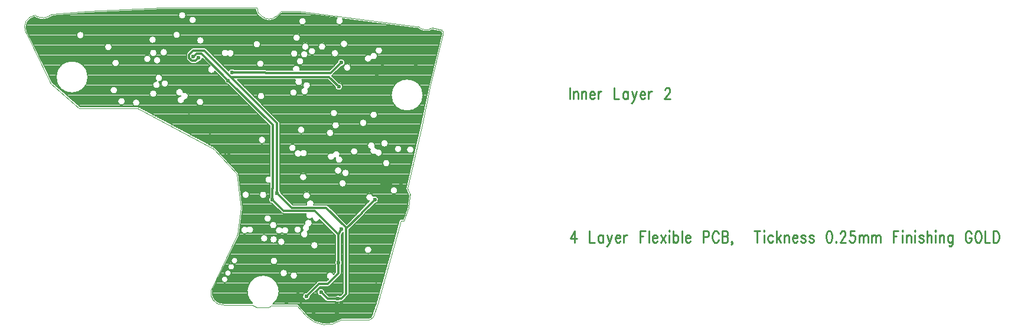
<source format=gbr>
*
*
G04 PADS 9.3 Build Number: 433611 generated Gerber (RS-274-X) file*
G04 PC Version=2.1*
*
%IN "MMSP_R.pcb"*%
*
%MOIN*%
*
%FSLAX35Y35*%
*
*
*
*
G04 PC Standard Apertures*
*
*
G04 Thermal Relief Aperture macro.*
%AMTER*
1,1,$1,0,0*
1,0,$1-$2,0,0*
21,0,$3,$4,0,0,45*
21,0,$3,$4,0,0,135*
%
*
*
G04 Annular Aperture macro.*
%AMANN*
1,1,$1,0,0*
1,0,$2,0,0*
%
*
*
G04 Odd Aperture macro.*
%AMODD*
1,1,$1,0,0*
1,0,$1-0.005,0,0*
%
*
*
G04 PC Custom Aperture Macros*
*
*
*
*
*
*
G04 PC Aperture Table*
*
%ADD010C,0.001*%
%ADD013C,0.01*%
%ADD015C,0.00787*%
%ADD025C,0.01181*%
%ADD032C,0.01969*%
%ADD035C,0.02362*%
*
*
*
*
G04 PC Circuitry*
G04 Layer Name MMSP_R.pcb - circuitry*
%LPD*%
*
*
G04 PC Custom Flashes*
G04 Layer Name MMSP_R.pcb - flashes*
%LPD*%
*
*
G04 PC Circuitry*
G04 Layer Name MMSP_R.pcb - circuitry*
%LPD*%
*
G54D10*
G01X1084338Y879416D02*
G75*
G03X1091450Y870727I6795J-1694D01*
G01X1084337Y879411D02*
X1084469Y879661D01*
X1084449Y879640*
X1099338Y910590*
X1101338Y925590*
X1099000Y945000*
X1086000Y959000*
X1043000Y982000*
X1010098*
X994098Y996000*
X979772Y1024917*
X985282Y1034748D02*
G03X979774Y1024913I607J-6800D01*
G01X985288Y1034748D02*
X985335Y1034744D01*
X986024Y1034055*
X986021Y1034056D02*
G03X994094Y1034883I3373J6886D01*
G01X994091Y1034881D02*
X994565Y1035356D01*
X1015000Y1037000*
X1057000Y1039000*
X1110433*
G03X1113187Y1034052I5045J-433*
G01X1113191Y1034049D02*
G03X1121065I3937J4610D01*
G01X1121067Y1034051D02*
X1124016Y1037000D01*
X1134000*
X1200197Y1028298*
X1201353*
G03X1209173Y1027455I4431J4416*
G01X1209174D02*
X1209247Y1027530D01*
X1214758Y1026365*
X1215407Y1024033D02*
G03X1214757Y1026366I-2399J589D01*
G01X1215407Y1024032D02*
X1208068Y994095D01*
X1203663Y972687*
X1195353Y936537*
X1196877Y932972*
X1193429Y918301D02*
G03X1196877Y932946I-27976J14316D01*
G01X1193432Y918307D02*
X1191535D01*
X1188000Y905000*
X1178563Y871588*
X1175919Y863986*
X1173588Y862205D02*
G03X1175920Y863988I-330J2848D01*
G01X1173585Y862205D02*
X1158055D01*
X1138351Y864223D02*
G03X1158054Y862204I11040J10587D01*
G01X1138356Y864218D02*
X1132826Y870374D01*
X1118110*
X1116978Y869242*
X1110236*
X1107677Y870727*
X1091453*
G54D13*
X1287008Y993767D02*
Y987205D01*
X1289053Y991580D02*
Y987205D01*
Y990330D02*
X1289735Y991267D01*
X1290190Y991580*
X1290872*
X1291326Y991267*
X1291553Y990330*
Y987205*
X1293599Y991580D02*
Y987205D01*
Y990330D02*
X1294281Y991267D01*
X1294735Y991580*
X1295417*
X1295872Y991267*
X1296099Y990330*
Y987205*
X1298144Y989705D02*
X1300872D01*
Y990330*
X1300644Y990955*
X1300417Y991267*
X1299962Y991580*
X1299281*
X1298826Y991267*
X1298372Y990642*
X1298144Y989705*
Y989080*
X1298372Y988142*
X1298826Y987517*
X1299281Y987205*
X1299962*
X1300417Y987517*
X1300872Y988142*
X1302917Y991580D02*
Y987205D01*
Y989705D02*
X1303144Y990642D01*
X1303599Y991267*
X1304053Y991580*
X1304735*
X1312008Y993767D02*
Y987205D01*
X1314735*
X1319508Y991580D02*
Y987205D01*
Y990642D02*
X1319053Y991267D01*
X1318599Y991580*
X1317917*
X1317462Y991267*
X1317008Y990642*
X1316781Y989705*
Y989080*
X1317008Y988142*
X1317462Y987517*
X1317917Y987205*
X1318599*
X1319053Y987517*
X1319508Y988142*
X1321781Y991580D02*
X1323144Y987205D01*
X1324508Y991580D02*
X1323144Y987205D01*
X1322690Y985955*
X1322235Y985330*
X1321781Y985017*
X1321553*
X1326553Y989705D02*
X1329281D01*
Y990330*
X1329053Y990955*
X1328826Y991267*
X1328372Y991580*
X1327690*
X1327235Y991267*
X1326781Y990642*
X1326553Y989705*
Y989080*
X1326781Y988142*
X1327235Y987517*
X1327690Y987205*
X1328372*
X1328826Y987517*
X1329281Y988142*
X1331326Y991580D02*
Y987205D01*
Y989705D02*
X1331553Y990642D01*
X1332008Y991267*
X1332462Y991580*
X1333144*
X1340644Y992205D02*
Y992517D01*
X1340872Y993142*
X1341099Y993455*
X1341553Y993767*
X1342462*
X1342917Y993455*
X1343144Y993142*
X1343372Y992517*
Y991892*
X1343144Y991267*
X1342690Y990330*
X1340417Y987205*
X1343599*
X1289674Y912665D02*
X1287402Y908290D01*
X1290811*
X1289674Y912665D02*
Y906102D01*
X1298083Y912665D02*
Y906102D01*
X1300811*
X1305583Y910477D02*
Y906102D01*
Y909540D02*
X1305129Y910165D01*
X1304674Y910477*
X1303992*
X1303538Y910165*
X1303083Y909540*
X1302856Y908602*
Y907977*
X1303083Y907040*
X1303538Y906415*
X1303992Y906102*
X1304674*
X1305129Y906415*
X1305583Y907040*
X1307856Y910477D02*
X1309220Y906102D01*
X1310583Y910477D02*
X1309220Y906102D01*
X1308765Y904852*
X1308311Y904227*
X1307856Y903915*
X1307629*
X1312629Y908602D02*
X1315356D01*
Y909227*
X1315129Y909852*
X1314902Y910165*
X1314447Y910477*
X1313765*
X1313311Y910165*
X1312856Y909540*
X1312629Y908602*
Y907977*
X1312856Y907040*
X1313311Y906415*
X1313765Y906102*
X1314447*
X1314902Y906415*
X1315356Y907040*
X1317402Y910477D02*
Y906102D01*
Y908602D02*
X1317629Y909540D01*
X1318083Y910165*
X1318538Y910477*
X1319220*
X1326492Y912665D02*
Y906102D01*
Y912665D02*
X1329447D01*
X1326492Y909540D02*
X1328311D01*
X1331492Y912665D02*
Y906102D01*
X1333538Y908602D02*
X1336265D01*
Y909227*
X1336038Y909852*
X1335811Y910165*
X1335356Y910477*
X1334674*
X1334220Y910165*
X1333765Y909540*
X1333538Y908602*
Y907977*
X1333765Y907040*
X1334220Y906415*
X1334674Y906102*
X1335356*
X1335811Y906415*
X1336265Y907040*
X1338311Y910477D02*
X1340811Y906102D01*
Y910477D02*
X1338311Y906102D01*
X1342856Y912665D02*
X1343083Y912352D01*
X1343311Y912665*
X1343083Y912977*
X1342856Y912665*
X1343083Y910477D02*
Y906102D01*
X1345356Y912665D02*
Y906102D01*
Y909540D02*
X1345811Y910165D01*
X1346265Y910477*
X1346947*
X1347402Y910165*
X1347856Y909540*
X1348083Y908602*
Y907977*
X1347856Y907040*
X1347402Y906415*
X1346947Y906102*
X1346265*
X1345811Y906415*
X1345356Y907040*
X1350129Y912665D02*
Y906102D01*
X1352174Y908602D02*
X1354902D01*
Y909227*
X1354674Y909852*
X1354447Y910165*
X1353992Y910477*
X1353311*
X1352856Y910165*
X1352402Y909540*
X1352174Y908602*
Y907977*
X1352402Y907040*
X1352856Y906415*
X1353311Y906102*
X1353992*
X1354447Y906415*
X1354902Y907040*
X1362174Y912665D02*
Y906102D01*
Y912665D02*
X1364220D01*
X1364902Y912352*
X1365129Y912040*
X1365356Y911415*
Y910477*
X1365129Y909852*
X1364902Y909540*
X1364220Y909227*
X1362174*
X1370811Y911102D02*
X1370583Y911727D01*
X1370129Y912352*
X1369674Y912665*
X1368765*
X1368311Y912352*
X1367856Y911727*
X1367629Y911102*
X1367402Y910165*
Y908602*
X1367629Y907665*
X1367856Y907040*
X1368311Y906415*
X1368765Y906102*
X1369674*
X1370129Y906415*
X1370583Y907040*
X1370811Y907665*
X1372856Y912665D02*
Y906102D01*
Y912665D02*
X1374902D01*
X1375583Y912352*
X1375811Y912040*
X1376038Y911415*
Y910790*
X1375811Y910165*
X1375583Y909852*
X1374902Y909540*
X1372856D02*
X1374902D01*
X1375583Y909227*
X1375811Y908915*
X1376038Y908290*
Y907352*
X1375811Y906727*
X1375583Y906415*
X1374902Y906102*
X1372856*
X1378538Y906415D02*
X1378311Y906102D01*
X1378083Y906415*
X1378311Y906727*
X1378538Y906415*
Y905790*
X1378311Y905165*
X1378083Y904852*
X1392629Y912665D02*
Y906102D01*
X1391038Y912665D02*
X1394220D01*
X1396265D02*
X1396492Y912352D01*
X1396720Y912665*
X1396492Y912977*
X1396265Y912665*
X1396492Y910477D02*
Y906102D01*
X1401492Y909540D02*
X1401038Y910165D01*
X1400583Y910477*
X1399902*
X1399447Y910165*
X1398992Y909540*
X1398765Y908602*
Y907977*
X1398992Y907040*
X1399447Y906415*
X1399902Y906102*
X1400583*
X1401038Y906415*
X1401492Y907040*
X1403538Y912665D02*
Y906102D01*
X1405811Y910477D02*
X1403538Y907352D01*
X1404447Y908602D02*
X1406038Y906102D01*
X1408083Y910477D02*
Y906102D01*
Y909227D02*
X1408765Y910165D01*
X1409220Y910477*
X1409902*
X1410356Y910165*
X1410583Y909227*
Y906102*
X1412629Y908602D02*
X1415356D01*
Y909227*
X1415129Y909852*
X1414902Y910165*
X1414447Y910477*
X1413765*
X1413311Y910165*
X1412856Y909540*
X1412629Y908602*
Y907977*
X1412856Y907040*
X1413311Y906415*
X1413765Y906102*
X1414447*
X1414902Y906415*
X1415356Y907040*
X1419902Y909540D02*
X1419674Y910165D01*
X1418992Y910477*
X1418311*
X1417629Y910165*
X1417402Y909540*
X1417629Y908915*
X1418083Y908602*
X1419220Y908290*
X1419674Y907977*
X1419902Y907352*
Y907040*
X1419674Y906415*
X1418992Y906102*
X1418311*
X1417629Y906415*
X1417402Y907040*
X1424447Y909540D02*
X1424220Y910165D01*
X1423538Y910477*
X1422856*
X1422174Y910165*
X1421947Y909540*
X1422174Y908915*
X1422629Y908602*
X1423765Y908290*
X1424220Y907977*
X1424447Y907352*
Y907040*
X1424220Y906415*
X1423538Y906102*
X1422856*
X1422174Y906415*
X1421947Y907040*
X1433083Y912665D02*
X1432402Y912352D01*
X1431947Y911415*
X1431720Y909852*
Y908915*
X1431947Y907352*
X1432402Y906415*
X1433083Y906102*
X1433538*
X1434220Y906415*
X1434674Y907352*
X1434902Y908915*
Y909852*
X1434674Y911415*
X1434220Y912352*
X1433538Y912665*
X1433083*
X1437174Y906727D02*
X1436947Y906415D01*
X1437174Y906102*
X1437402Y906415*
X1437174Y906727*
X1439674Y911102D02*
Y911415D01*
X1439902Y912040*
X1440129Y912352*
X1440583Y912665*
X1441492*
X1441947Y912352*
X1442174Y912040*
X1442402Y911415*
Y910790*
X1442174Y910165*
X1441720Y909227*
X1439447Y906102*
X1442629*
X1447629Y912665D02*
X1445356D01*
X1445129Y909852*
X1445356Y910165*
X1446038Y910477*
X1446720*
X1447402Y910165*
X1447856Y909540*
X1448083Y908602*
X1447856Y907977*
X1447629Y907040*
X1447174Y906415*
X1446492Y906102*
X1445811*
X1445129Y906415*
X1444902Y906727*
X1444674Y907352*
X1450129Y910477D02*
Y906102D01*
Y909227D02*
X1450811Y910165D01*
X1451265Y910477*
X1451947*
X1452402Y910165*
X1452629Y909227*
Y906102*
Y909227D02*
X1453311Y910165D01*
X1453765Y910477*
X1454447*
X1454902Y910165*
X1455129Y909227*
Y906102*
X1457174Y910477D02*
Y906102D01*
Y909227D02*
X1457856Y910165D01*
X1458311Y910477*
X1458992*
X1459447Y910165*
X1459674Y909227*
Y906102*
Y909227D02*
X1460356Y910165D01*
X1460811Y910477*
X1461492*
X1461947Y910165*
X1462174Y909227*
Y906102*
X1469447Y912665D02*
Y906102D01*
Y912665D02*
X1472402D01*
X1469447Y909540D02*
X1471265D01*
X1474447Y912665D02*
X1474674Y912352D01*
X1474902Y912665*
X1474674Y912977*
X1474447Y912665*
X1474674Y910477D02*
Y906102D01*
X1476947Y910477D02*
Y906102D01*
Y909227D02*
X1477629Y910165D01*
X1478083Y910477*
X1478765*
X1479220Y910165*
X1479447Y909227*
Y906102*
X1481492Y912665D02*
X1481720Y912352D01*
X1481947Y912665*
X1481720Y912977*
X1481492Y912665*
X1481720Y910477D02*
Y906102D01*
X1486492Y909540D02*
X1486265Y910165D01*
X1485583Y910477*
X1484902*
X1484220Y910165*
X1483992Y909540*
X1484220Y908915*
X1484674Y908602*
X1485811Y908290*
X1486265Y907977*
X1486492Y907352*
Y907040*
X1486265Y906415*
X1485583Y906102*
X1484902*
X1484220Y906415*
X1483992Y907040*
X1488538Y912665D02*
Y906102D01*
Y909227D02*
X1489220Y910165D01*
X1489674Y910477*
X1490356*
X1490811Y910165*
X1491038Y909227*
Y906102*
X1493083Y912665D02*
X1493311Y912352D01*
X1493538Y912665*
X1493311Y912977*
X1493083Y912665*
X1493311Y910477D02*
Y906102D01*
X1495583Y910477D02*
Y906102D01*
Y909227D02*
X1496265Y910165D01*
X1496720Y910477*
X1497402*
X1497856Y910165*
X1498083Y909227*
Y906102*
X1502856Y910477D02*
Y905477D01*
X1502629Y904540*
X1502402Y904227*
X1501947Y903915*
X1501265*
X1500811Y904227*
X1502856Y909540D02*
X1502402Y910165D01*
X1501947Y910477*
X1501265*
X1500811Y910165*
X1500356Y909540*
X1500129Y908602*
Y907977*
X1500356Y907040*
X1500811Y906415*
X1501265Y906102*
X1501947*
X1502402Y906415*
X1502856Y907040*
X1513538Y911102D02*
X1513311Y911727D01*
X1512856Y912352*
X1512402Y912665*
X1511492*
X1511038Y912352*
X1510583Y911727*
X1510356Y911102*
X1510129Y910165*
Y908602*
X1510356Y907665*
X1510583Y907040*
X1511038Y906415*
X1511492Y906102*
X1512402*
X1512856Y906415*
X1513311Y907040*
X1513538Y907665*
Y908602*
X1512402D02*
X1513538D01*
X1516947Y912665D02*
X1516492Y912352D01*
X1516038Y911727*
X1515811Y911102*
X1515583Y910165*
Y908602*
X1515811Y907665*
X1516038Y907040*
X1516492Y906415*
X1516947Y906102*
X1517856*
X1518311Y906415*
X1518765Y907040*
X1518992Y907665*
X1519220Y908602*
Y910165*
X1518992Y911102*
X1518765Y911727*
X1518311Y912352*
X1517856Y912665*
X1516947*
X1521265D02*
Y906102D01*
X1523992*
X1526038Y912665D02*
Y906102D01*
Y912665D02*
X1527629D01*
X1528311Y912352*
X1528765Y911727*
X1528992Y911102*
X1529220Y910165*
Y908602*
X1528992Y907665*
X1528765Y907040*
X1528311Y906415*
X1527629Y906102*
X1526038*
G54D15*
X1138976Y867717D02*
X1134449Y872244D01*
X1126969*
X1133465Y876772D02*
X1133071Y877165D01*
X1132087*
X1156693Y874213D02*
X1156890Y874409D01*
X1158071*
X1177756Y882480D02*
Y884449D01*
X1179724Y884252D02*
X1177953D01*
X1177756Y884449*
X1181102Y938976D02*
X1186122D01*
X1186713Y939567*
X1191732*
X1094488Y953937D02*
X1091142Y957283D01*
Y959843*
X1085236Y965945D02*
X1080906Y970276D01*
X1077756*
X1071850Y977362D02*
Y981102D01*
X1177953Y1001378D02*
X1181299Y1005709D01*
X1200000Y1007087D02*
X1203346Y1009843D01*
X1199016Y958661D02*
G03X1199016I-2166J0D01*
G01X1189764Y935630D02*
G03X1189764I-2166J0D01*
G01X1192126Y959055D02*
G03X1192126I-2165J0D01*
G01X1204134Y989567D02*
G03X1204134I-9055J0D01*
G01X1185433Y950984D02*
G03X1185433I-2165J0D01*
G01X1175197Y901969D02*
G03X1175197I-2166J0D01*
G01X1184449Y962205D02*
G03X1184449I-2166J0D01*
G01X1178346Y978346D02*
G03X1178346I-2165J0D01*
G01X1172441Y973819D02*
G03X1172441I-2165J0D01*
G01X1167323Y957677D02*
G03X1167323I-2166J0D01*
G01X1160827Y939567D02*
G03X1160827I-2166J0D01*
G01X1162402Y945472D02*
G03X1162402I-2166J0D01*
G01X1163386Y1005118D02*
G03X1163386I-2166J0D01*
G01X1158268Y946850D02*
G03X1158268I-2166J0D01*
G01X1153740Y968110D02*
G03X1153740I-2165J0D01*
G01X1156890Y972441D02*
G03X1156890I-2166J0D01*
G01X1155906Y979331D02*
G03X1155906I-2166J0D01*
G01X1140551Y932677D02*
G03X1140551I-2165J0D01*
G01X1138583Y943110D02*
G03X1138583I-2166J0D01*
G01X1137402Y969882D02*
G03X1137402I-2166J0D01*
G01X1132480Y959646D02*
G03X1132480I-2165J0D01*
G01X1133071Y990945D02*
G03X1133071I-2165J0D01*
G01X1114764Y988976D02*
G03X1114764I-2166J0D01*
G01X1161614Y1018504D02*
G03X1161614I-2165J0D01*
G01X1156496Y1013189D02*
G03X1156496I-2165J0D01*
G01X1149213Y1016929D02*
G03X1149213I-2166J0D01*
G01X1136811Y1008661D02*
G03X1136811I-2165J0D01*
G01X1139173Y1012598D02*
G03X1139173I-2165J0D01*
G01X1143504Y1014370D02*
G03X1143504I-2165J0D01*
G01X1139764Y1016929D02*
G03X1139764I-2166J0D01*
G01X1133465Y1012992D02*
G03X1133465I-2166J0D01*
G01X1134843Y1022047D02*
G03X1134843I-2166J0D01*
G01X1138189Y1031299D02*
G03X1138189I-2165J0D01*
G01X1114370Y1007283D02*
G03X1114370I-2165J0D01*
G01X1112402Y1018307D02*
G03X1112402I-2166J0D01*
G01X1080512Y1020472D02*
G03X1080512I-2166J0D01*
G01X1076181Y1032087D02*
G03X1076181I-2165J0D01*
G01X1067126Y1023622D02*
G03X1067126I-2165J0D01*
G01X1070276Y1034646D02*
G03X1070276I-2166J0D01*
G01X1060433Y996063D02*
G03X1060433I-2165J0D01*
G01X1053937Y990354D02*
G03X1053937I-2165J0D01*
G01X1056102Y1009252D02*
G03X1056102I-2165J0D01*
G01X1059843Y1013780D02*
G03X1059843I-2166J0D01*
G01X1050591Y1010039D02*
G03X1050591I-2166J0D01*
G01X1053937Y1013386D02*
G03X1053937I-2165J0D01*
G01X1053543Y1020866D02*
G03X1053543I-2165J0D01*
G01X1044291Y985236D02*
G03X1044291I-2165J0D01*
G01X1036024Y986024D02*
G03X1036024I-2166J0D01*
G01X1031693Y992323D02*
G03X1031693I-2165J0D01*
G01X1032677Y1007677D02*
G03X1032677I-2165J0D01*
G01X1028543Y1016732D02*
G03X1028543I-2165J0D01*
G01X1014961Y999803D02*
G03X1014961I-9055J0D01*
G01X1012795Y1023425D02*
G03X1012795I-2165J0D01*
G01X1080315Y985630D02*
G03X1080315I-2165J0D01*
G01X1115945Y933071D02*
G03X1115945I-2165J0D01*
G01X1115354Y964173D02*
G03X1115354I-2165J0D01*
G01X1093954Y885236D02*
G03X1093954I-1884J0D01*
G01X1095810Y888779D02*
G03X1095810I-1884J0D01*
G01X1097666Y892323D02*
G03X1097666I-1884J0D01*
G01X1099522Y895866D02*
G03X1099522I-1884J0D01*
G01X1106102Y933071D02*
G03X1106102I-2165J0D01*
G01X1133268Y887402D02*
G03X1133268I-2166J0D01*
G01X1135433Y913386D02*
G03X1135433I-2165J0D01*
G01X1127559Y888780D02*
G03X1127559I-2165J0D01*
G01X1122047Y895669D02*
G03X1122047I-2165J0D01*
G01X1126181Y906496D02*
G03X1126181I-2165J0D01*
G01X1121850Y907874D02*
G03X1121850I-2165J0D01*
G01X1121654Y915945D02*
G03X1121654I-2166J0D01*
G01X1116535Y908465D02*
G03X1116535I-2165J0D01*
G01X1118504Y919685D02*
G03X1118504I-2165J0D01*
G01X1144882Y904528D02*
G03X1144882I-2165J0D01*
G01X1214451Y1024267D02*
G03X1214227Y1025471I-1443J355D01*
G01X1214227D02*
X1209464Y1026478D01*
X1200961Y1027314D02*
G03X1209464Y1026478I4823J5400D01*
G01X1200961Y1027314D02*
X1200197D01*
X1200069Y1027322D02*
G03X1200197Y1027314I128J976D01*
G01X1200069Y1027322D02*
X1158642Y1032768D01*
X1155525Y1033178D02*
G03X1158642Y1032768I1365J-1682D01*
G01X1155525Y1033178D02*
X1133936Y1036016D01*
X1124423*
X1121763Y1033355*
X1121706Y1033303D02*
G03X1121763Y1033355I-639J748D01*
G01X1112639Y1033228D02*
G03X1121706Y1033303I4489J5431D01*
G01X1109456Y1038016D02*
G03X1112639Y1033228I6022J551D01*
G01X1109456Y1038016D02*
X1057023D01*
X1015063Y1036018*
X995005Y1034404*
X994787Y1034185*
X994693Y1034103D02*
G03X994787Y1034185I-602J778D01*
G01X985591Y1033171D02*
G03X994693Y1034103I3803J7771D01*
G01X985328Y1033359D02*
G03X985591Y1033171I696J696D01*
G01X985328Y1033359D02*
X984969Y1033718D01*
G03X980654Y1025354I920J-5770*
G01X994894Y996612*
X1010468Y982984*
X1043000*
X1043464Y982868D02*
G03X1043000Y982984I-464J-868D01*
G01X1043464Y982868D02*
X1086464Y959868D01*
X1086721Y959670D02*
G03X1086464Y959868I-721J-670D01*
G01X1086721Y959670D02*
X1099721Y945670D01*
X1099977Y945118D02*
G03X1099721Y945670I-977J-118D01*
G01X1099977Y945118D02*
X1102316Y925707D01*
X1102314Y925459D02*
G03X1102316Y925707I-976J131D01*
G01X1102314Y925459D02*
X1100314Y910459D01*
X1100225Y910163D02*
G03X1100314Y910459I-887J427D01*
G01X1100225Y910163D02*
X1085407Y879361D01*
X1085339Y879199D02*
G03X1085407Y879361I-870J462D01*
G01X1085339Y879199D02*
X1085265Y879060D01*
G03X1091408Y871710I5868J-1338*
G01X1091453Y871711D02*
G03X1091408Y871710I0J-984D01*
G01X1091453Y871711D02*
X1107677D01*
X1107855Y871695D02*
G03X1107677Y871711I-178J-968D01*
G01X1119290Y871358D02*
G03X1107855Y871695I-5510J7185D01*
G01X1119290Y871358D02*
X1132826D01*
X1133558Y871032D02*
G03X1132826Y871358I-732J-658D01*
G01X1133558Y871032D02*
X1139077Y864888D01*
G03X1157497Y863016I10314J9922*
G01X1158055Y863189D02*
G03X1157497Y863016I-0J-984D01*
G01X1158055Y863189D02*
X1173523D01*
G03X1174998Y864333I-265J1864*
G01X1177623Y871884*
X1187051Y905260*
X1190584Y918560*
X1191535Y919291D02*
G03X1190584Y918560I0J-984D01*
G01X1191535Y919291D02*
X1192823D01*
G03X1195894Y932767I-27370J13326*
G01X1194448Y936150*
X1194394Y936758D02*
G03X1194448Y936150I959J-221D01*
G01X1194394Y936758D02*
X1202701Y972896D01*
X1207104Y994294*
X1207112Y994330D02*
G03X1207104Y994294I956J-235D01*
G01X1207112Y994330D02*
X1214451Y1024267D01*
X1199016Y958661D02*
G03X1199016I-2166J0D01*
G01X1189764Y935630D02*
G03X1189764I-2166J0D01*
G01X1192126Y959055D02*
G03X1192126I-2165J0D01*
G01X1204134Y989567D02*
G03X1204134I-9055J0D01*
G01X1185433Y950984D02*
G03X1185433I-2165J0D01*
G01X1175197Y901969D02*
G03X1175197I-2166J0D01*
G01X1176834Y928150D02*
G03X1175898Y932296I-62J2165D01*
G01X1176834Y928150D02*
X1170949Y922265D01*
X1170590Y921709D02*
G03X1170949Y922265I-1114J1114D01*
G01X1170590Y921709D02*
X1162205Y913324D01*
Y876969*
X1161743Y875855D02*
G03X1162205Y876969I-1113J1114D01*
G01X1161743Y875855D02*
X1159184Y873296D01*
X1158988Y873099*
X1157874Y872638D02*
G03X1158988Y873099I0J1575D01*
G01X1157874Y872638D02*
X1157589D01*
X1154616D02*
G03X1157589I1486J1575D01*
G01X1154616D02*
X1150197D01*
X1149083Y873099D02*
G03X1150197Y872638I1114J1114D01*
G01X1149083Y873099D02*
X1146394Y875788D01*
X1148621Y878015D02*
G03X1146394Y875788I-2164J-62D01*
G01X1148621Y878015D02*
X1150849Y875787D01*
X1154616*
X1157389Y875954D02*
G03X1154616Y875787I-1287J-1741D01*
G01X1157389Y875954D02*
X1159055Y877621D01*
Y911851*
X1158716Y911713D02*
G03X1159055Y911851I-645J2067D01*
G01X1158716Y911713D02*
X1157874Y910212D01*
Y896171*
Y893199D02*
G03Y896171I-1575J1486D01*
G01Y893199D02*
Y888588D01*
X1157413Y887475D02*
G03X1157874Y888588I-1114J1113D01*
G01X1157413Y887475D02*
X1151501Y881564D01*
X1150388Y881102D02*
G03X1151501Y881564I-0J1575D01*
G01X1150388Y881102D02*
X1145928D01*
X1140353Y875528*
X1138126Y877755D02*
G03X1140353Y875528I63J-2164D01*
G01X1138126Y877755D02*
X1144162Y883791D01*
X1145276Y884252D02*
G03X1144162Y883791I-0J-1575D01*
G01X1145276Y884252D02*
X1149736D01*
X1150705Y885222*
X1153558Y888074D02*
G03X1150705Y885222I-1983J-869D01*
G01X1153558Y888074D02*
X1154724Y889241D01*
Y893199*
Y896171D02*
G03Y893199I1575J-1486D01*
G01Y896171D02*
Y909972D01*
X1145684Y919012*
X1141537Y919972D02*
G03X1145684Y919012I2164J-90D01*
G01X1138032Y922441D02*
G03X1141537Y919972I1929J-984D01*
G01X1138032Y922441D02*
X1125394D01*
X1124280Y922902D02*
G03X1125394Y922441I1114J1114D01*
G01X1124280Y922902D02*
X1119032Y928150D01*
X1117520Y931801D02*
G03X1119032Y928150I1574J-1486D01*
G01X1117520Y931801D02*
Y936617D01*
X1117717Y937379D02*
G03X1117520Y936617I1377J-762D01*
G01X1117717Y937379D02*
Y939715D01*
Y943749D02*
G03Y939715I-788J-2017D01*
G01Y943749D02*
Y971985D01*
X1094032Y995670*
X1091930Y997772D02*
G03X1094032Y995670I2164J63D01*
G01X1091930Y997772D02*
X1086631Y1003071D01*
X1083780Y1005922D02*
G03X1086631Y1003071I866J-1985D01*
G01X1083780Y1005922D02*
X1079487Y1010215D01*
X1077425Y1008465D02*
G03X1079487Y1010215I-63J2165D01*
G01X1077425Y1008465D02*
X1076805Y1007846D01*
X1075692Y1007385D02*
G03X1076805Y1007846I-0J1575D01*
G01X1075692Y1007385D02*
X1073527D01*
X1072413Y1007846D02*
G03X1073527Y1007385I1114J1114D01*
G01X1072413Y1007846D02*
X1070934Y1009325D01*
X1070472Y1010439D02*
G03X1070934Y1009325I1575J-0D01*
G01X1070472Y1010439D02*
Y1012396D01*
X1070472*
X1070934Y1013509D02*
G03X1070472Y1012396I1113J-1113D01*
G01X1070934Y1013509D02*
X1073302Y1015877D01*
X1074415Y1016339D02*
G03X1073302Y1015877I0J-1575D01*
G01X1074415Y1016339D02*
X1080506D01*
X1080512*
X1081625Y1015877D02*
G03X1080512Y1016339I-1113J-1113D01*
G01X1081625Y1015877D02*
X1094275Y1003228D01*
X1097746Y1003937D02*
G03X1094275Y1003228I-1486J-1575D01*
G01X1097746Y1003937D02*
X1114865D01*
X1115907Y1003543D02*
G03X1114865Y1003937I-1042J-1181D01*
G01X1115907Y1003543D02*
X1130463D01*
X1134497D02*
G03X1130463I-2017J788D01*
G01X1134497D02*
X1151316D01*
X1155710Y1007937*
X1157937Y1005710D02*
G03X1155710Y1007937I-63J2164D01*
G01X1157937Y1005710D02*
X1153082Y1000855D01*
X1152521Y1000494D02*
G03X1153082Y1000855I-552J1475D01*
G01X1152521Y1000494D02*
X1156559Y996456D01*
X1154332Y994229D02*
G03X1156559Y996456I2164J62D01*
G01X1154332Y994229D02*
X1150332Y998228D01*
X1135673*
X1132043D02*
G03X1135673I1815J-1181D01*
G01X1132043D02*
X1099269D01*
X1122767Y974730*
X1123228Y973616D02*
G03X1122767Y974730I-1574J0D01*
G01X1123228Y973616D02*
Y935541D01*
X1123818Y934118D02*
G03X1123228Y935541I-2164J-63D01*
G01X1123818Y934118D02*
X1130574Y927362D01*
X1138337*
X1142371D02*
G03X1138337I-2017J788D01*
G01X1142371D02*
X1149404D01*
X1150517Y926901D02*
G03X1149404Y927362I-1113J-1114D01*
G01X1150517Y926901D02*
X1160922Y916496D01*
X1168003Y923577*
X1168363Y924133D02*
G03X1168003Y923577I1113J-1113D01*
G01X1168363Y924133D02*
X1173758Y929528D01*
X1175898Y932296D02*
G03X1173758Y929528I-2079J-603D01*
G01X1176944Y956044D02*
G03X1178175Y958916I1993J846D01*
G01X1174200Y958944D02*
G03X1176944Y956044I1981J-873D01*
G01X1176785Y960150D02*
G03X1174200Y958944I-1982J874D01*
G01X1178175Y958916D02*
G03X1176785Y960150I-1994J-845D01*
G01X1184449Y962205D02*
G03X1184449I-2166J0D01*
G01X1178346Y978346D02*
G03X1178346I-2165J0D01*
G01X1172441Y973819D02*
G03X1172441I-2165J0D01*
G01X1177782Y1013072D02*
G03X1177533Y1013306I1352J1692D01*
G01X1175134Y1009719D02*
G03X1177782Y1013072I1047J1895D01*
G01X1174078Y1012132D02*
G03X1175134Y1009719I-1047J-1896D01*
G01X1177533Y1013306D02*
G03X1174078Y1012132I-1352J-1692D01*
G01X1167323Y957677D02*
G03X1167323I-2166J0D01*
G01X1160827Y939567D02*
G03X1160827I-2166J0D01*
G01X1162402Y945472D02*
G03X1162402I-2166J0D01*
G01X1163386Y1005118D02*
G03X1163386I-2166J0D01*
G01X1158268Y946850D02*
G03X1158268I-2166J0D01*
G01X1154778Y953964D02*
G03X1157033Y955091I1915J-1011D01*
G01X1154245Y954121D02*
G03X1154778Y953964I873J1981D01*
G01X1153039Y956706D02*
G03X1154245Y954121I-874J-1982D01*
G01X1157033Y955091D02*
G03X1153039Y956706I-1915J1011D01*
G01X1153740Y968110D02*
G03X1153740I-2165J0D01*
G01X1156890Y972441D02*
G03X1156890I-2166J0D01*
G01X1155906Y979331D02*
G03X1155906I-2166J0D01*
G01X1140551Y932677D02*
G03X1140551I-2165J0D01*
G01X1138583Y943110D02*
G03X1138583I-2166J0D01*
G01X1135132Y955114D02*
G03X1134947Y958075I1482J1579D01*
X1135132Y955114I-1482J-1579*
G01X1137402Y969882D02*
G03X1137402I-2166J0D01*
G01X1138966Y992992D02*
G03X1136625Y993819I-580J2087D01*
X1138966Y992992I580J-2087*
G01X1132480Y959646D02*
G03X1132480I-2165J0D01*
G01X1133071Y990945D02*
G03X1133071I-2165J0D01*
G01X1114764Y988976D02*
G03X1114764I-2166J0D01*
G01X1161614Y1018504D02*
G03X1161614I-2165J0D01*
G01X1156496Y1013189D02*
G03X1156496I-2165J0D01*
G01X1149213Y1016929D02*
G03X1149213I-2166J0D01*
G01X1136811Y1008661D02*
G03X1136811I-2165J0D01*
G01X1139173Y1012598D02*
G03X1139173I-2165J0D01*
G01X1143504Y1014370D02*
G03X1143504I-2165J0D01*
G01X1139764Y1016929D02*
G03X1139764I-2166J0D01*
G01X1133465Y1012992D02*
G03X1133465I-2166J0D01*
G01X1134843Y1022047D02*
G03X1134843I-2166J0D01*
G01X1138189Y1031299D02*
G03X1138189I-2165J0D01*
G01X1114370Y1007283D02*
G03X1114370I-2165J0D01*
G01X1112402Y1018307D02*
G03X1112402I-2166J0D01*
G01X1093694Y1011710D02*
G03X1093904Y1014865I1582J1479D01*
X1093694Y1011710I-1581J-1479*
G01X1080512Y1020472D02*
G03X1080512I-2166J0D01*
G01X1076181Y1032087D02*
G03X1076181I-2165J0D01*
G01X1067126Y1023622D02*
G03X1067126I-2165J0D01*
G01X1070276Y1034646D02*
G03X1070276I-2166J0D01*
G01X1060433Y996063D02*
G03X1060433I-2165J0D01*
G01X1053937Y990354D02*
G03X1053937I-2165J0D01*
G01X1054782Y997052D02*
G03X1053683Y997436I139J2161D01*
X1054782Y997052I-140J-2160*
G01X1056102Y1009252D02*
G03X1056102I-2165J0D01*
G01X1059843Y1013780D02*
G03X1059843I-2166J0D01*
G01X1050591Y1010039D02*
G03X1050591I-2166J0D01*
G01X1053937Y1013386D02*
G03X1053937I-2165J0D01*
G01X1053543Y1020866D02*
G03X1053543I-2165J0D01*
G01X1044291Y985236D02*
G03X1044291I-2165J0D01*
G01X1036024Y986024D02*
G03X1036024I-2166J0D01*
G01X1031693Y992323D02*
G03X1031693I-2165J0D01*
G01X1032677Y1007677D02*
G03X1032677I-2165J0D01*
G01X1028543Y1016732D02*
G03X1028543I-2165J0D01*
G01X1014961Y999803D02*
G03X1014961I-9055J0D01*
G01X1012795Y1023425D02*
G03X1012795I-2165J0D01*
G01X1080315Y985630D02*
G03X1080315I-2165J0D01*
G01X1069488Y986811D02*
G03X1068696Y990991I0J2165D01*
G01X1067323Y988976D02*
G03X1069488Y986811I-0J-2165D01*
G01X1067328Y989127D02*
G03X1067323Y988976I2160J-151D01*
G01X1068696Y990991D02*
G03X1067328Y989127I-2161J151D01*
G01X1115945Y933071D02*
G03X1115945I-2165J0D01*
G01X1115354Y964173D02*
G03X1115354I-2165J0D01*
G01X1104928Y911710D02*
G03X1104718Y914865I1371J1676D01*
X1104928Y911710I-1372J-1676*
G01X1093954Y885236D02*
G03X1093954I-1884J0D01*
G01X1095810Y888779D02*
G03X1095810I-1884J0D01*
G01X1097666Y892323D02*
G03X1097666I-1884J0D01*
G01X1099522Y895866D02*
G03X1099522I-1884J0D01*
G01X1106102Y933071D02*
G03X1106102I-2165J0D01*
G01X1133268Y887402D02*
G03X1133268I-2166J0D01*
G01X1135433Y913386D02*
G03X1135433I-2165J0D01*
G01X1127559Y888780D02*
G03X1127559I-2165J0D01*
G01X1122047Y895669D02*
G03X1122047I-2165J0D01*
G01X1126181Y906496D02*
G03X1126181I-2165J0D01*
G01X1121850Y907874D02*
G03X1121850I-2165J0D01*
G01X1124508Y911618D02*
G03Y914367I1673J1374D01*
Y911618I-1673J-1375*
G01X1121654Y915945D02*
G03X1121654I-2166J0D01*
G01X1116535Y908465D02*
G03X1116535I-2165J0D01*
G01X1118504Y919685D02*
G03X1118504I-2165J0D01*
G01X1144882Y904528D02*
G03X1144882I-2165J0D01*
G01X1140042Y915068D02*
G03X1137320Y916429I-672J2058D01*
G01X1138602Y912292D02*
G03X1140042Y915068I-610J2078D01*
G01X1136398Y912905D02*
G03X1138602Y912292I610J-2078D01*
G01X1137320Y916429D02*
G03X1136398Y912905I672J-2059D01*
G01X1066910Y1024566D02*
X1214493D01*
X1133866Y1023857D02*
X1214350D01*
X1066360Y1025274D02*
X1214343D01*
X1134542Y1023148D02*
X1214177D01*
X1134807Y1022440D02*
X1214003D01*
X1134819Y1021731D02*
X1213829D01*
X1134585Y1021022D02*
X1213655D01*
X1160638Y1020314D02*
X1213482D01*
X1161313Y1019605D02*
X1213308D01*
X1161578Y1018896D02*
X1213134D01*
X1161591Y1018188D02*
X1212961D01*
X1161356Y1017479D02*
X1212787D01*
X1179948Y1016770D02*
X1212613D01*
X1180867Y1016062D02*
X1212439D01*
X1181218Y1015353D02*
X1212266D01*
X1181296Y1014644D02*
X1212092D01*
X1181135Y1013936D02*
X1211918D01*
X1208453Y1025983D02*
X1211806D01*
X1180659Y1013227D02*
X1211744D01*
X1178149Y1012518D02*
X1211571D01*
X1178338Y1011810D02*
X1211397D01*
X1178285Y1011101D02*
X1211223D01*
X1177969Y1010392D02*
X1211050D01*
X1177162Y1009684D02*
X1210876D01*
X1174792Y1008975D02*
X1210702D01*
X1173931Y1008266D02*
X1210528D01*
X1160016Y1007558D02*
X1210355D01*
X1162521Y1006849D02*
X1210181D01*
X1163129Y1006140D02*
X1210007D01*
X1163363Y1005432D02*
X1209834D01*
X1163350Y1004723D02*
X1209660D01*
X1163083Y1004014D02*
X1209486D01*
X1162405Y1003306D02*
X1209312D01*
X1154824Y1002597D02*
X1209139D01*
X1154116Y1001888D02*
X1208965D01*
X1153407Y1001180D02*
X1208791D01*
X1152543Y1000471D02*
X1208618D01*
X1153252Y999762D02*
X1208444D01*
X1153961Y999054D02*
X1208270D01*
X1197301Y998345D02*
X1208096D01*
X1199187Y997636D02*
X1207923D01*
X1200353Y996928D02*
X1207749D01*
X1201222Y996219D02*
X1207575D01*
X1201910Y995510D02*
X1207402D01*
X1202467Y994802D02*
X1207228D01*
X1202921Y994093D02*
X1207063D01*
X1203290Y993385D02*
X1206917D01*
X1203583Y992676D02*
X1206771D01*
X1203810Y991967D02*
X1206625D01*
X1203974Y991259D02*
X1206479D01*
X1204080Y990550D02*
X1206334D01*
X1204130Y989841D02*
X1206188D01*
X1204123Y989133D02*
X1206042D01*
X1204061Y988424D02*
X1205896D01*
X1203943Y987715D02*
X1205750D01*
X1203764Y987007D02*
X1205605D01*
X1203523Y986298D02*
X1205459D01*
X1203213Y985589D02*
X1205313D01*
X1202827Y984881D02*
X1205167D01*
X1202351Y984172D02*
X1205021D01*
X1201768Y983463D02*
X1204876D01*
X1201044Y982755D02*
X1204730D01*
X1200122Y982046D02*
X1204584D01*
X1198856Y981337D02*
X1204438D01*
X1196529Y980629D02*
X1204292D01*
X1177669Y979920D02*
X1204146D01*
X1178166Y979211D02*
X1204001D01*
X1178341Y978503D02*
X1203855D01*
X1178275Y977794D02*
X1203709D01*
X1177941Y977085D02*
X1203563D01*
X1177080Y976377D02*
X1203417D01*
X1171402Y975668D02*
X1203272D01*
X1172116Y974959D02*
X1203126D01*
X980387Y1025983D02*
X1203116D01*
X1172397Y974251D02*
X1202980D01*
X1172423Y973542D02*
X1202834D01*
X1172204Y972833D02*
X1202687D01*
X1171624Y972125D02*
X1202524D01*
X1156632Y971416D02*
X1202361D01*
X1156022Y970707D02*
X1202198D01*
X1152634Y969999D02*
X1202035D01*
X1153391Y969290D02*
X1201872D01*
X980183Y1026692D02*
X1201765D01*
X1153688Y968581D02*
X1201709D01*
X1153727Y967873D02*
X1201546D01*
X1153523Y967164D02*
X1201384D01*
X1152971Y966455D02*
X1201221D01*
X1123228Y965747D02*
X1201058D01*
X1123228Y965038D02*
X1200895D01*
X1182701Y964329D02*
X1200732D01*
X1183922Y963621D02*
X1200569D01*
X1184330Y962912D02*
X1200406D01*
X1184449Y962203D02*
X1200243D01*
X1184329Y961495D02*
X1200080D01*
X1197268Y960786D02*
X1199917D01*
X1198489Y960077D02*
X1199754D01*
X1198897Y959369D02*
X1199591D01*
X980072Y1027400D02*
X1199473D01*
X1199016Y958660D02*
X1199429D01*
X1198896Y957951D02*
X1199266D01*
X1198486Y957243D02*
X1199103D01*
X1197255Y956534D02*
X1198940D01*
X1180823Y955825D02*
X1198777D01*
X1180180Y955117D02*
X1198614D01*
X1158296Y954408D02*
X1198451D01*
X1158725Y953699D02*
X1198288D01*
X1184082Y952991D02*
X1198125D01*
X1185001Y952282D02*
X1197962D01*
X1185351Y951573D02*
X1197799D01*
X1185430Y950865D02*
X1197637D01*
X1185268Y950156D02*
X1197474D01*
X1184793Y949448D02*
X1197311D01*
X1157162Y948739D02*
X1197148D01*
X1157918Y948030D02*
X1196985D01*
X1161363Y947322D02*
X1196822D01*
X1162077Y946613D02*
X1196659D01*
X1162358Y945904D02*
X1196496D01*
X1181073Y956534D02*
X1196446D01*
X1191262Y960786D02*
X1196433D01*
X1162384Y945196D02*
X1196333D01*
X1162164Y944487D02*
X1196170D01*
X1161585Y943778D02*
X1196007D01*
X1177190Y932440D02*
X1195894D01*
X1178410Y931731D02*
X1195882D01*
X1178818Y931022D02*
X1195853D01*
X1138582Y943070D02*
X1195845D01*
X1178937Y930314D02*
X1195807D01*
X1178817Y929605D02*
X1195745D01*
X1175422Y933148D02*
X1195731D01*
X1138449Y942361D02*
X1195682D01*
X1178408Y928896D02*
X1195667D01*
X1177176Y928188D02*
X1195571D01*
X1159245Y941652D02*
X1195519D01*
X1176163Y927479D02*
X1195458D01*
X1188842Y933857D02*
X1195428D01*
X1160333Y940944D02*
X1195356D01*
X1175454Y926770D02*
X1195328D01*
X1191146Y957243D02*
X1195214D01*
X1191869Y960077D02*
X1195212D01*
X1160721Y940235D02*
X1195193D01*
X1174746Y926062D02*
X1195181D01*
X1189484Y934566D02*
X1195125D01*
X1160826Y939526D02*
X1195030D01*
X1174037Y925353D02*
X1195015D01*
X1160693Y938818D02*
X1194867D01*
X1173328Y924644D02*
X1194832D01*
X1189734Y935274D02*
X1194822D01*
X1191824Y957951D02*
X1194805D01*
X1192103Y959369D02*
X1194804D01*
X1160262Y938109D02*
X1194704D01*
X1192090Y958660D02*
X1194685D01*
X1172620Y923936D02*
X1194631D01*
X1188845Y937400D02*
X1194541D01*
X1189735Y935983D02*
X1194519D01*
X1171911Y923227D02*
X1194410D01*
X1189486Y936692D02*
X1194381D01*
X1171202Y922518D02*
X1194171D01*
X980049Y1028109D02*
X1194082D01*
X1170682Y921810D02*
X1193912D01*
X1169982Y921101D02*
X1193633D01*
X1155473Y980629D02*
X1193629D01*
X1169273Y920392D02*
X1193332D01*
X1168564Y919684D02*
X1193011D01*
X1154669Y998345D02*
X1192856D01*
X1154554Y981337D02*
X1191301D01*
X1155378Y997636D02*
X1190970D01*
X1167856Y918975D02*
X1190813D01*
X1167147Y918266D02*
X1190506D01*
X1166438Y917558D02*
X1190318D01*
X1165730Y916849D02*
X1190130D01*
X1115451Y982046D02*
X1190036D01*
X1165021Y916140D02*
X1189941D01*
X1156087Y996928D02*
X1189805D01*
X1164312Y915432D02*
X1189753D01*
X1163604Y914723D02*
X1189565D01*
X1162895Y914014D02*
X1189377D01*
X1162205Y913306D02*
X1189188D01*
X1114742Y982755D02*
X1189113D01*
X1162205Y912597D02*
X1189000D01*
X1157482Y996219D02*
X1188935D01*
X1162205Y911888D02*
X1188812D01*
X1181073Y957243D02*
X1188776D01*
X980111Y1028818D02*
X1188691D01*
X1183919Y960786D02*
X1188660D01*
X1162205Y911180D02*
X1188623D01*
X1162205Y910471D02*
X1188435D01*
X1114034Y983463D02*
X1188390D01*
X1158286Y995510D02*
X1188247D01*
X1162205Y909762D02*
X1188247D01*
X1180824Y957951D02*
X1188098D01*
X1162205Y909054D02*
X1188059D01*
X1182688Y960077D02*
X1188052D01*
X1162205Y908345D02*
X1187870D01*
X1180184Y958660D02*
X1187832D01*
X1177914Y959369D02*
X1187818D01*
X1113325Y984172D02*
X1187806D01*
X1158600Y994802D02*
X1187690D01*
X1162205Y907636D02*
X1187682D01*
X1162205Y906928D02*
X1187494D01*
X1112616Y984881D02*
X1187331D01*
X1162205Y906219D02*
X1187305D01*
X1158652Y994093D02*
X1187236D01*
X1162205Y905510D02*
X1187117D01*
X1111908Y985589D02*
X1186944D01*
X1162205Y904802D02*
X1186921D01*
X1158462Y993385D02*
X1186868D01*
X1173449Y904093D02*
X1186721D01*
X1111199Y986298D02*
X1186634D01*
X1157938Y992676D02*
X1186574D01*
X1174670Y903385D02*
X1186521D01*
X1113498Y987007D02*
X1186393D01*
X1173895Y933857D02*
X1186355D01*
X1123228Y937400D02*
X1186352D01*
X1139357Y991967D02*
X1186348D01*
X1175078Y902676D02*
X1186321D01*
X1114359Y987715D02*
X1186215D01*
X1139318Y991259D02*
X1186183D01*
X1175197Y901967D02*
X1186121D01*
X1114692Y988424D02*
X1186096D01*
X1139019Y990550D02*
X1186077D01*
X1132091Y989133D02*
X1186034D01*
X1138260Y989841D02*
X1186028D01*
X1175077Y901259D02*
X1185920D01*
X1174667Y900550D02*
X1185720D01*
X1139445Y934566D02*
X1185713D01*
X1123228Y936692D02*
X1185711D01*
X1173436Y899841D02*
X1185520D01*
X1123443Y935274D02*
X1185462D01*
X1123228Y935983D02*
X1185462D01*
X1162205Y899133D02*
X1185320D01*
X1162205Y898424D02*
X1185120D01*
X1162205Y897715D02*
X1184920D01*
X1162205Y897007D02*
X1184719D01*
X1162205Y896298D02*
X1184519D01*
X1162205Y895589D02*
X1184319D01*
X1162205Y894881D02*
X1184119D01*
X1162205Y894172D02*
X1183919D01*
X1162205Y893463D02*
X1183719D01*
X1162205Y892755D02*
X1183518D01*
X1162205Y892046D02*
X1183318D01*
X1157789Y1029526D02*
X1183300D01*
X1162205Y891337D02*
X1183118D01*
X1162205Y890629D02*
X1182918D01*
X1162205Y889920D02*
X1182718D01*
X1162205Y889211D02*
X1182518D01*
X1158858Y952991D02*
X1182454D01*
X1162205Y888503D02*
X1182317D01*
X1162205Y887794D02*
X1182117D01*
X1162205Y887085D02*
X1181917D01*
X1176995Y960077D02*
X1181879D01*
X1123228Y964329D02*
X1181866D01*
X1123228Y949448D02*
X1181742D01*
X1162205Y886377D02*
X1181717D01*
X1158752Y952282D02*
X1181534D01*
X1162205Y885668D02*
X1181517D01*
X1162205Y884959D02*
X1181317D01*
X1123228Y950156D02*
X1181267D01*
X1158362Y951573D02*
X1181184D01*
X1162205Y884251D02*
X1181116D01*
X1157267Y950865D02*
X1181106D01*
X1162205Y883542D02*
X1180916D01*
X1162205Y882833D02*
X1180716D01*
X1176955Y960786D02*
X1180648D01*
X1123228Y963621D02*
X1180645D01*
X1162205Y882125D02*
X1180516D01*
X1162205Y881416D02*
X1180316D01*
X1176917Y961495D02*
X1180238D01*
X1175863Y962912D02*
X1180237D01*
X1176619Y962203D02*
X1180118D01*
X1162205Y880707D02*
X1180116D01*
X1162205Y879999D02*
X1179915D01*
X1162205Y879290D02*
X1179715D01*
X1162205Y878581D02*
X1179515D01*
X1162205Y877873D02*
X1179315D01*
X1162205Y877164D02*
X1179115D01*
X1162119Y876455D02*
X1178915D01*
X1161635Y875747D02*
X1178714D01*
X1160927Y875038D02*
X1178514D01*
X1160746Y1016770D02*
X1178320D01*
X1160218Y874329D02*
X1178314D01*
X1159509Y873621D02*
X1178114D01*
X1158762Y872912D02*
X1177914D01*
X1158650Y1030235D02*
X1177910D01*
X1156910Y872203D02*
X1177714D01*
X1157046Y955117D02*
X1177694D01*
X1119464Y871495D02*
X1177488D01*
X1149031Y1016062D02*
X1177401D01*
X1133779Y870786D02*
X1177242D01*
X1156363Y1013936D02*
X1177133D01*
X1166280Y955825D02*
X1177051D01*
X1154407Y1015353D02*
X1177050D01*
X1134415Y870077D02*
X1176995D01*
X1155934Y1014644D02*
X1176972D01*
X1135052Y869369D02*
X1176749D01*
X1135688Y868660D02*
X1176502D01*
X1175851Y932440D02*
X1176354D01*
X1136325Y867951D02*
X1176256D01*
X1136962Y867243D02*
X1176010D01*
X1137598Y866534D02*
X1175763D01*
X1138235Y865825D02*
X1175517D01*
X1121120Y976377D02*
X1175282D01*
X1138871Y865117D02*
X1175270D01*
X1175125Y1009684D02*
X1175200D01*
X1139561Y864408D02*
X1175024D01*
X1156496Y1013227D02*
X1174736D01*
X1155824Y979920D02*
X1174693D01*
X1166997Y956534D02*
X1174656D01*
X1140370Y863699D02*
X1174567D01*
X1120412Y977085D02*
X1174421D01*
X1156390Y1012518D02*
X1174214D01*
X1155902Y979211D02*
X1174196D01*
X1167279Y957243D02*
X1174180D01*
X1167087Y958660D02*
X1174097D01*
X1155266Y977794D02*
X1174087D01*
X1155741Y978503D02*
X1174021D01*
X1167305Y957951D02*
X1174019D01*
X1123228Y962912D02*
X1173744D01*
X1140202Y933857D02*
X1173743D01*
X1166509Y959369D02*
X1173407D01*
X1141958Y929605D02*
X1173245D01*
X1142387Y928896D02*
X1173126D01*
X1123228Y962203D02*
X1172987D01*
X1132437Y960077D02*
X1172855D01*
X1131442Y961495D02*
X1172690D01*
X1132156Y960786D02*
X1172651D01*
X1162205Y899841D02*
X1172627D01*
X1162205Y904093D02*
X1172614D01*
X1158983Y1030944D02*
X1172519D01*
X1142519Y928188D02*
X1172417D01*
X1140499Y933148D02*
X1172216D01*
X1140430Y930314D02*
X1172150D01*
X1160004Y1008266D02*
X1172132D01*
X1140538Y932440D02*
X1171786D01*
X1139782Y931022D02*
X1171760D01*
X1142413Y927479D02*
X1171709D01*
X1140334Y931731D02*
X1171654D01*
X1156000Y1011810D02*
X1171544D01*
X1162205Y900550D02*
X1171396D01*
X1162205Y903385D02*
X1171393D01*
X1159739Y1008975D02*
X1171271D01*
X1154905Y1011101D02*
X1171046D01*
X1150648Y926770D02*
X1171000D01*
X1162205Y901259D02*
X1170986D01*
X1162205Y902676D02*
X1170985D01*
X1159063Y1009684D02*
X1170938D01*
X1135947Y1010392D02*
X1170872D01*
X1162205Y901967D02*
X1170866D01*
X1151357Y926062D02*
X1170291D01*
X1152065Y925353D02*
X1169583D01*
X1121829Y975668D02*
X1169149D01*
X1156867Y972125D02*
X1168927D01*
X1152774Y924644D02*
X1168874D01*
X1122538Y974959D02*
X1168435D01*
X1156854Y972833D02*
X1168348D01*
X1153482Y923936D02*
X1168195D01*
X1155913Y974251D02*
X1168154D01*
X1156589Y973542D02*
X1168128D01*
X1154191Y923227D02*
X1167653D01*
X1159050Y1031652D02*
X1167128D01*
X1154900Y922518D02*
X1166945D01*
X1155608Y921810D02*
X1166236D01*
X1156317Y921101D02*
X1165527D01*
X1157026Y920392D02*
X1164819D01*
X1157734Y919684D02*
X1164110D01*
X1157266Y955825D02*
X1164035D01*
X1132463Y959369D02*
X1163806D01*
X1158443Y918975D02*
X1163401D01*
X1157240Y956534D02*
X1163318D01*
X1137519Y958660D02*
X1163228D01*
X1156959Y957243D02*
X1163036D01*
X1156245Y957951D02*
X1163010D01*
X1159152Y918266D02*
X1162693D01*
X1159860Y917558D02*
X1161984D01*
X1158875Y1032361D02*
X1161738D01*
X1160569Y916849D02*
X1161275D01*
X1155533Y1003306D02*
X1160035D01*
X1159781Y1006849D02*
X1159919D01*
X1156242Y1004014D02*
X1159357D01*
X1159172Y1006140D02*
X1159312D01*
X1158216Y947322D02*
X1159109D01*
X1156950Y1004723D02*
X1159091D01*
X1157659Y1005432D02*
X1159078D01*
X1158417Y911180D02*
X1159055D01*
X1158019Y910471D02*
X1159055D01*
X1157874Y909762D02*
X1159055D01*
X1157874Y909054D02*
X1159055D01*
X1157874Y908345D02*
X1159055D01*
X1157874Y907636D02*
X1159055D01*
X1157874Y906928D02*
X1159055D01*
X1157874Y906219D02*
X1159055D01*
X1157874Y905510D02*
X1159055D01*
X1157874Y904802D02*
X1159055D01*
X1157874Y904093D02*
X1159055D01*
X1157874Y903385D02*
X1159055D01*
X1157874Y902676D02*
X1159055D01*
X1157874Y901967D02*
X1159055D01*
X1157874Y901259D02*
X1159055D01*
X1157874Y900550D02*
X1159055D01*
X1157874Y899841D02*
X1159055D01*
X1157874Y899133D02*
X1159055D01*
X1157874Y898424D02*
X1159055D01*
X1157874Y897715D02*
X1159055D01*
X1157874Y897007D02*
X1159055D01*
X1157874Y896298D02*
X1159055D01*
X1158267Y895589D02*
X1159055D01*
X1158456Y894881D02*
X1159055D01*
X1158403Y894172D02*
X1159055D01*
X1158087Y893463D02*
X1159055D01*
X1157874Y892755D02*
X1159055D01*
X1157874Y892046D02*
X1159055D01*
X1157874Y891337D02*
X1159055D01*
X1157874Y890629D02*
X1159055D01*
X1157874Y889920D02*
X1159055D01*
X1157874Y889211D02*
X1159055D01*
X1157872Y888503D02*
X1159055D01*
X1157659Y887794D02*
X1159055D01*
X1157023Y887085D02*
X1159055D01*
X1156315Y886377D02*
X1159055D01*
X1155606Y885668D02*
X1159055D01*
X1154897Y884959D02*
X1159055D01*
X1154189Y884251D02*
X1159055D01*
X1153480Y883542D02*
X1159055D01*
X1152771Y882833D02*
X1159055D01*
X1152063Y882125D02*
X1159055D01*
X1151331Y881416D02*
X1159055D01*
X1145533Y880707D02*
X1159055D01*
X1147166Y879999D02*
X1159055D01*
X1148160Y879290D02*
X1159055D01*
X1148529Y878581D02*
X1159055D01*
X1148764Y877873D02*
X1159055D01*
X1138477Y943778D02*
X1158888D01*
X1149473Y877164D02*
X1158598D01*
X1158255Y946613D02*
X1158395D01*
X1138089Y944487D02*
X1158308D01*
X1133975Y1020314D02*
X1158260D01*
X1149207Y1016770D02*
X1158151D01*
X1158050Y945904D02*
X1158114D01*
X1157499Y945196D02*
X1158089D01*
X1138018Y941652D02*
X1158078D01*
X1150181Y876455D02*
X1157890D01*
X1111970Y1019605D02*
X1157584D01*
X1149142Y1017479D02*
X1157541D01*
X1141321Y862991D02*
X1157461D01*
X1147952Y1018896D02*
X1157319D01*
X1148809Y1018188D02*
X1157307D01*
X1123228Y938109D02*
X1157060D01*
X1123228Y940944D02*
X1156990D01*
X1136555Y1009684D02*
X1156685D01*
X1123228Y938818D02*
X1156630D01*
X1123228Y940235D02*
X1156602D01*
X1123228Y939526D02*
X1156496D01*
X1142472Y862282D02*
X1156310D01*
X1123228Y950865D02*
X1156119D01*
X1136788Y1008975D02*
X1156009D01*
X1137267Y1029526D02*
X1155991D01*
X1136775Y1008266D02*
X1155744D01*
X1137271Y1033070D02*
X1155402D01*
X1136509Y1007558D02*
X1155331D01*
X1120245Y872203D02*
X1155295D01*
X1137909Y1030235D02*
X1155130D01*
X1139154Y992676D02*
X1155054D01*
X1123228Y948739D02*
X1155043D01*
X1123228Y951573D02*
X1155024D01*
X1137911Y1032361D02*
X1154905D01*
X1143949Y861573D02*
X1154832D01*
X1138160Y1030944D02*
X1154796D01*
X1138160Y1031652D02*
X1154730D01*
X1138894Y909762D02*
X1154724D01*
X1138251Y909054D02*
X1154724D01*
X1125143Y908345D02*
X1154724D01*
X1125856Y907636D02*
X1154724D01*
X1126138Y906928D02*
X1154724D01*
X1144068Y906219D02*
X1154724D01*
X1144646Y905510D02*
X1154724D01*
X1144864Y904802D02*
X1154724D01*
X1144838Y904093D02*
X1154724D01*
X1144556Y903385D02*
X1154724D01*
X1143839Y902676D02*
X1154724D01*
X1096283Y901967D02*
X1154724D01*
X1095942Y901259D02*
X1154724D01*
X1095601Y900550D02*
X1154724D01*
X1095260Y899841D02*
X1154724D01*
X1094919Y899133D02*
X1154724D01*
X1094578Y898424D02*
X1154724D01*
X1120591Y897715D02*
X1154724D01*
X1121585Y897007D02*
X1154724D01*
X1121954Y896298D02*
X1154724D01*
X1097616Y892755D02*
X1154724D01*
X1097646Y892046D02*
X1154724D01*
X1097388Y891337D02*
X1154724D01*
X1126521Y890629D02*
X1154724D01*
X1127234Y889920D02*
X1154724D01*
X1137001Y945196D02*
X1154706D01*
X1152389Y889211D02*
X1154695D01*
X1154073Y953699D02*
X1154660D01*
X1123228Y952282D02*
X1154634D01*
X1135831Y1006849D02*
X1154622D01*
X1139734Y993385D02*
X1154530D01*
X1153463Y952991D02*
X1154528D01*
X1097282Y893463D02*
X1154511D01*
X1140314Y994093D02*
X1154340D01*
X1122046Y895589D02*
X1154332D01*
X1123228Y948030D02*
X1154287D01*
X1148532Y1015353D02*
X1154255D01*
X1139144Y910471D02*
X1154225D01*
X1121446Y894172D02*
X1154196D01*
X1123228Y945904D02*
X1154155D01*
X1121899Y894881D02*
X1154143D01*
X1138376Y957951D02*
X1153991D01*
X1123228Y947322D02*
X1153989D01*
X1153308Y888503D02*
X1153986D01*
X1123228Y946613D02*
X1153950D01*
X1133669Y1006140D02*
X1153913D01*
X1140533Y994802D02*
X1153758D01*
X1138572Y1011101D02*
X1153757D01*
X1123095Y974251D02*
X1153535D01*
X1139144Y911180D02*
X1153516D01*
X1137238Y970707D02*
X1153427D01*
X1138709Y957243D02*
X1153277D01*
X1134345Y1005432D02*
X1153205D01*
X1140508Y995510D02*
X1153050D01*
X1116160Y981337D02*
X1152926D01*
X1123228Y973542D02*
X1152860D01*
X1136764Y971416D02*
X1152817D01*
X1138895Y911888D02*
X1152808D01*
X1143487Y1014644D02*
X1152727D01*
X1139025Y1011810D02*
X1152661D01*
X1146173Y860865D02*
X1152608D01*
X1123228Y972833D02*
X1152595D01*
X1123228Y972125D02*
X1152582D01*
X1134610Y1004723D02*
X1152496D01*
X1140227Y996219D02*
X1152341D01*
X1143460Y1013936D02*
X1152298D01*
X1142461Y1012518D02*
X1152272D01*
X1119703Y977794D02*
X1152215D01*
X1143178Y1013227D02*
X1152166D01*
X1139235Y912597D02*
X1152099D01*
X1116868Y980629D02*
X1152007D01*
X1134622Y1004014D02*
X1151787D01*
X1118994Y978503D02*
X1151739D01*
X1117577Y979920D02*
X1151656D01*
X1139513Y996928D02*
X1151632D01*
X1118286Y979211D02*
X1151578D01*
X1139878Y913306D02*
X1151390D01*
X1138774Y956534D02*
X1150976D01*
X1122186Y1033778D02*
X1150956D01*
X1135942Y997636D02*
X1150924D01*
X1123228Y952991D02*
X1150868D01*
X1132291Y889211D02*
X1150761D01*
X1140128Y914014D02*
X1150682D01*
X1137398Y969999D02*
X1150515D01*
X1120169Y884959D02*
X1150443D01*
X1138598Y955825D02*
X1150301D01*
X1123228Y953699D02*
X1150258D01*
X1123228Y966455D02*
X1150178D01*
X1132400Y885668D02*
X1150049D01*
X1138099Y955117D02*
X1150036D01*
X1134039Y954408D02*
X1150023D01*
X1140129Y914723D02*
X1149973D01*
X1132967Y888503D02*
X1149842D01*
X1137319Y969290D02*
X1149759D01*
X1123228Y967164D02*
X1149627D01*
X1133010Y886377D02*
X1149574D01*
X1133232Y887794D02*
X1149491D01*
X1136968Y968581D02*
X1149461D01*
X1136044Y967873D02*
X1149422D01*
X1133245Y887085D02*
X1149413D01*
X1120871Y872912D02*
X1149309D01*
X1140719Y915432D02*
X1149264D01*
X1139088Y873621D02*
X1148562D01*
X1141298Y916140D02*
X1148556D01*
X1139949Y874329D02*
X1147853D01*
X1141518Y916849D02*
X1147847D01*
X1140283Y875038D02*
X1147144D01*
X1141492Y917558D02*
X1147138D01*
X1140572Y875747D02*
X1146436D01*
X1145143Y918266D02*
X1146430D01*
X1138503Y1018896D02*
X1146142D01*
X1144824Y879999D02*
X1145747D01*
X1145667Y918975D02*
X1145721D01*
X1122895Y1034487D02*
X1145565D01*
X1143268Y1015353D02*
X1145562D01*
X1139361Y1018188D02*
X1145285D01*
X1120810Y884251D02*
X1145211D01*
X1142690Y1016062D02*
X1145063D01*
X1139693Y1017479D02*
X1144953D01*
X1141281Y876455D02*
X1144892D01*
X1139758Y1016770D02*
X1144888D01*
X1144116Y879290D02*
X1144754D01*
X1141990Y877164D02*
X1144440D01*
X1143407Y878581D02*
X1144385D01*
X1142698Y877873D02*
X1144293D01*
X1121330Y883542D02*
X1143913D01*
X1121754Y882833D02*
X1143205D01*
X1122096Y882125D02*
X1142496D01*
X1141211Y918266D02*
X1142259D01*
X1122367Y881416D02*
X1141787D01*
X1140497Y918975D02*
X1141734D01*
X1096623Y902676D02*
X1141594D01*
X1141204Y919684D02*
X1141544D01*
X1126163Y906219D02*
X1141365D01*
X1122572Y880707D02*
X1141079D01*
X1096964Y903385D02*
X1140877D01*
X1125944Y905510D02*
X1140787D01*
X1097305Y904093D02*
X1140595D01*
X1125364Y904802D02*
X1140569D01*
X1122717Y879999D02*
X1140370D01*
X1127622Y930314D02*
X1140278D01*
X1139172Y1012518D02*
X1140216D01*
X1123603Y1035196D02*
X1140175D01*
X1139582Y1016062D02*
X1139987D01*
X1122804Y879290D02*
X1139661D01*
X1139080Y1013227D02*
X1139499D01*
X1139083Y1015353D02*
X1139409D01*
X1138711Y1013936D02*
X1139217D01*
X1137717Y1014644D02*
X1139191D01*
X1122835Y878581D02*
X1138953D01*
X1128331Y929605D02*
X1138751D01*
X1118504Y919684D02*
X1138717D01*
X1129039Y928896D02*
X1138322D01*
X1130457Y927479D02*
X1138295D01*
X1122810Y877873D02*
X1138244D01*
X1118384Y918975D02*
X1138243D01*
X1129748Y928188D02*
X1138189D01*
X1118385Y920392D02*
X1138075D01*
X1117977Y921101D02*
X1137825D01*
X1116756Y921810D02*
X1137824D01*
X1117975Y918266D02*
X1137529D01*
X1123758Y934566D02*
X1137326D01*
X1121380Y873621D02*
X1137290D01*
X1136020Y996928D02*
X1137259D01*
X1120933Y917558D02*
X1137248D01*
X1121456Y916849D02*
X1137222D01*
X1126913Y931022D02*
X1136989D01*
X1121645Y916140D02*
X1136745D01*
X1122729Y877164D02*
X1136701D01*
X1112320Y1018896D02*
X1136693D01*
X1124079Y933857D02*
X1136570D01*
X1135859Y996219D02*
X1136545D01*
X1103404Y994093D02*
X1136458D01*
X1126205Y931731D02*
X1136438D01*
X1121794Y874329D02*
X1136429D01*
X1132699Y1014644D02*
X1136299D01*
X1124788Y933148D02*
X1136272D01*
X1135384Y995510D02*
X1136264D01*
X1102695Y994802D02*
X1136238D01*
X1125496Y932440D02*
X1136234D01*
X1122591Y876455D02*
X1136204D01*
X1132769Y989841D02*
X1136150D01*
X1095352Y1015353D02*
X1136114D01*
X1135432Y913306D02*
X1136106D01*
X1133977Y915432D02*
X1136105D01*
X1122129Y875038D02*
X1136095D01*
X1122392Y875747D02*
X1136029D01*
X1135340Y914014D02*
X1135856D01*
X1134971Y914723D02*
X1135856D01*
X1112398Y1018188D02*
X1135836D01*
X1123228Y945196D02*
X1135834D01*
X1104112Y993385D02*
X1135805D01*
X1121501Y909054D02*
X1135765D01*
X1135284Y912597D02*
X1135761D01*
X1133541Y958660D02*
X1135709D01*
X1081404Y1016062D02*
X1135614D01*
X1112237Y1017479D02*
X1135504D01*
X1132354Y1011101D02*
X1135444D01*
X1111762Y1016770D02*
X1135439D01*
X1133035Y990550D02*
X1135391D01*
X1133248Y1013936D02*
X1135305D01*
X1132207Y992676D02*
X1135256D01*
X1120745Y909762D02*
X1135122D01*
X1134832Y911888D02*
X1135121D01*
X1133048Y991259D02*
X1135092D01*
X1132814Y991967D02*
X1135052D01*
X1133113Y1011810D02*
X1134991D01*
X1133452Y1013227D02*
X1134936D01*
X1115184Y910471D02*
X1134872D01*
X1127366Y911180D02*
X1134871D01*
X1133412Y1012518D02*
X1134844D01*
X1123228Y941652D02*
X1134816D01*
X1124312Y1035904D02*
X1134784D01*
X980264Y1029526D02*
X1134780D01*
X1121418Y1033070D02*
X1134777D01*
X1123228Y944487D02*
X1134746D01*
X1123228Y967873D02*
X1134429D01*
X1123228Y942361D02*
X1134386D01*
X1123228Y943778D02*
X1134358D01*
X1123228Y943070D02*
X1134252D01*
X1075138Y1030235D02*
X1134138D01*
X1120288Y1032361D02*
X1134136D01*
X1075855Y1030944D02*
X1133888D01*
X1117873Y1031652D02*
X1133887D01*
X1123228Y971416D02*
X1133708D01*
X1123228Y968581D02*
X1133505D01*
X1114326Y1006849D02*
X1133461D01*
X1132243Y958660D02*
X1133389D01*
X1087110Y1010392D02*
X1133345D01*
X1123228Y970707D02*
X1133234D01*
X1123228Y969290D02*
X1133153D01*
X1123228Y969999D02*
X1133074D01*
X1123228Y954408D02*
X1132891D01*
X1114353Y1007558D02*
X1132783D01*
X1087819Y1009684D02*
X1132737D01*
X1121592Y915432D02*
X1132558D01*
X1114134Y1008266D02*
X1132517D01*
X1113557Y1008975D02*
X1132503D01*
X1101986Y995510D02*
X1132333D01*
X1131663Y957951D02*
X1131861D01*
X1101278Y996219D02*
X1131857D01*
X1123228Y955117D02*
X1131795D01*
X1099860Y997636D02*
X1131775D01*
X1128044Y911888D02*
X1131704D01*
X1100569Y996928D02*
X1131696D01*
X1127482Y914723D02*
X1131565D01*
X1067113Y1023857D02*
X1131488D01*
X1123228Y957243D02*
X1131432D01*
X1123228Y955825D02*
X1131406D01*
X1111050Y1020314D02*
X1131380D01*
X1123228Y956534D02*
X1131300D01*
X1114044Y1006140D02*
X1131291D01*
X1128310Y912597D02*
X1131251D01*
X1128090Y914014D02*
X1131196D01*
X1128324Y913306D02*
X1131104D01*
X1067074Y1023148D02*
X1130813D01*
X1080441Y1021022D02*
X1130770D01*
X1113327Y1005432D02*
X1130616D01*
X1079251Y1022440D02*
X1130548D01*
X1080109Y1021731D02*
X1130535D01*
X1092780Y1004723D02*
X1130351D01*
X1097659Y1004014D02*
X1130338D01*
X1095850Y1011101D02*
X1130244D01*
X1127516Y889211D02*
X1129913D01*
X1096879Y1014644D02*
X1129900D01*
X1119368Y885668D02*
X1129805D01*
X1114758Y989133D02*
X1129720D01*
X1104821Y992676D02*
X1129605D01*
X1096945Y1011810D02*
X1129485D01*
X1097308Y1013936D02*
X1129350D01*
X1127541Y888503D02*
X1129238D01*
X1118322Y886377D02*
X1129195D01*
X1123228Y961495D02*
X1129188D01*
X1097335Y1012518D02*
X1129186D01*
X1097441Y1013227D02*
X1129147D01*
X1114584Y989841D02*
X1129043D01*
X1105530Y991967D02*
X1128997D01*
X1127322Y887794D02*
X1128973D01*
X1123228Y957951D02*
X1128966D01*
X1126742Y887085D02*
X1128960D01*
X1114086Y990550D02*
X1128776D01*
X1106238Y991259D02*
X1128763D01*
X1123228Y960786D02*
X1128474D01*
X1123228Y958660D02*
X1128387D01*
X1123228Y960077D02*
X1128193D01*
X1123228Y959369D02*
X1128167D01*
X1124020Y911180D02*
X1124996D01*
X1101922Y922518D02*
X1124906D01*
X1124136Y914723D02*
X1124880D01*
X1096606Y890629D02*
X1124267D01*
X1116785Y887085D02*
X1124045D01*
X1102016Y923227D02*
X1123955D01*
X1095426Y889920D02*
X1123553D01*
X1095532Y887794D02*
X1123466D01*
X1095760Y889211D02*
X1123272D01*
X1102111Y923936D02*
X1123247D01*
X1095790Y888503D02*
X1123246D01*
X1121799Y908345D02*
X1122889D01*
X1097646Y904802D02*
X1122667D01*
X1102205Y924644D02*
X1122538D01*
X1121837Y907636D02*
X1122175D01*
X1097987Y905510D02*
X1122088D01*
X1121633Y906928D02*
X1121894D01*
X1121082Y906219D02*
X1121868D01*
X1102300Y925353D02*
X1121829D01*
X1104154Y911180D02*
X1121650D01*
X1121276Y914723D02*
X1121534D01*
X1102273Y926062D02*
X1121121D01*
X1107863Y911888D02*
X1120972D01*
X1120469Y914014D02*
X1120926D01*
X1108316Y912597D02*
X1120706D01*
X1108463Y913306D02*
X1120692D01*
X1102188Y926770D02*
X1120412D01*
X1102102Y927479D02*
X1119703D01*
X1098000Y897715D02*
X1119173D01*
X1102017Y928188D02*
X1118690D01*
X1116103Y909762D02*
X1118626D01*
X1108371Y914014D02*
X1118507D01*
X1098462Y894172D02*
X1118318D01*
X1098328Y906219D02*
X1118289D01*
X1099138Y897007D02*
X1118179D01*
X1116743Y917558D02*
X1118043D01*
X1116454Y909054D02*
X1117869D01*
X1099244Y894881D02*
X1117865D01*
X1099472Y896298D02*
X1117810D01*
X1115896Y906928D02*
X1117737D01*
X1099502Y895589D02*
X1117718D01*
X1064874Y971416D02*
X1117717D01*
X1066199Y970707D02*
X1117717D01*
X1067524Y969999D02*
X1117717D01*
X1068849Y969290D02*
X1117717D01*
X1070174Y968581D02*
X1117717D01*
X1071499Y967873D02*
X1117717D01*
X1072824Y967164D02*
X1117717D01*
X1074149Y966455D02*
X1117717D01*
X1114677Y965747D02*
X1117717D01*
X1115174Y965038D02*
X1117717D01*
X1115349Y964329D02*
X1117717D01*
X1115283Y963621D02*
X1117717D01*
X1114949Y962912D02*
X1117717D01*
X1114088Y962203D02*
X1117717D01*
X1083423Y961495D02*
X1117717D01*
X1084748Y960786D02*
X1117717D01*
X1086073Y960077D02*
X1117717D01*
X1087001Y959369D02*
X1117717D01*
X1087659Y958660D02*
X1117717D01*
X1088317Y957951D02*
X1117717D01*
X1088975Y957243D02*
X1117717D01*
X1089633Y956534D02*
X1117717D01*
X1090291Y955825D02*
X1117717D01*
X1090949Y955117D02*
X1117717D01*
X1091607Y954408D02*
X1117717D01*
X1092265Y953699D02*
X1117717D01*
X1092923Y952991D02*
X1117717D01*
X1093581Y952282D02*
X1117717D01*
X1094239Y951573D02*
X1117717D01*
X1094897Y950865D02*
X1117717D01*
X1095555Y950156D02*
X1117717D01*
X1096213Y949448D02*
X1117717D01*
X1096871Y948739D02*
X1117717D01*
X1097529Y948030D02*
X1117717D01*
X1098187Y947322D02*
X1117717D01*
X1098846Y946613D02*
X1117717D01*
X1099504Y945904D02*
X1117717D01*
X1099965Y945196D02*
X1117717D01*
X1100053Y944487D02*
X1117717D01*
X1117638Y943778D02*
X1117717D01*
X1100651Y939526D02*
X1117717D01*
X1100736Y938818D02*
X1117717D01*
X1100822Y938109D02*
X1117717D01*
X1100907Y937400D02*
X1117717D01*
X1108002Y914723D02*
X1117700D01*
X1063549Y972125D02*
X1117577D01*
X1116532Y908345D02*
X1117572D01*
X1116371Y907636D02*
X1117533D01*
X1100992Y936692D02*
X1117521D01*
X1101166Y916849D02*
X1117521D01*
X1101078Y935983D02*
X1117520D01*
X1101163Y935274D02*
X1117520D01*
X1115346Y934566D02*
X1117520D01*
X1115797Y933857D02*
X1117520D01*
X1115944Y933148D02*
X1117520D01*
X1115851Y932440D02*
X1117520D01*
X1101931Y928896D02*
X1117459D01*
X1115481Y931731D02*
X1117456D01*
X1107008Y915432D02*
X1117384D01*
X1101072Y916140D02*
X1117332D01*
X1101846Y929605D02*
X1117049D01*
X1114481Y931022D02*
X1117048D01*
X1101761Y930314D02*
X1116929D01*
X1062225Y972833D02*
X1116869D01*
X1076137Y1031652D02*
X1116383D01*
X1100139Y943778D02*
X1116220D01*
X1060900Y973542D02*
X1116160D01*
X1101261Y917558D02*
X1115934D01*
X1101827Y921810D02*
X1115921D01*
X1059575Y974251D02*
X1115451D01*
X1100565Y940235D02*
X1115365D01*
X1100224Y943070D02*
X1115226D01*
X1100480Y940944D02*
X1114913D01*
X1100309Y942361D02*
X1114857D01*
X1100395Y941652D02*
X1114765D01*
X1058250Y974959D02*
X1114743D01*
X1101355Y918266D02*
X1114703D01*
X1101733Y921101D02*
X1114700D01*
X1101450Y918975D02*
X1114293D01*
X1101638Y920392D02*
X1114292D01*
X1101544Y919684D02*
X1114173D01*
X1056925Y975668D02*
X1114034D01*
X1076164Y1032361D02*
X1113968D01*
X1100316Y910471D02*
X1113556D01*
X1055600Y976377D02*
X1113325D01*
X1104639Y931022D02*
X1113078D01*
X1098669Y906928D02*
X1112845D01*
X1075945Y1033070D02*
X1112838D01*
X1100033Y909762D02*
X1112637D01*
X1054275Y977085D02*
X1112617D01*
X1099010Y907636D02*
X1112369D01*
X1082098Y962203D02*
X1112290D01*
X1099692Y909054D02*
X1112286D01*
X1105504Y934566D02*
X1112213D01*
X1099351Y908345D02*
X1112208D01*
X1105638Y931731D02*
X1112078D01*
X1052950Y977794D02*
X1111908D01*
X1075368Y1033778D02*
X1111785D01*
X1105955Y933857D02*
X1111762D01*
X1106008Y932440D02*
X1111708D01*
X1075473Y965747D02*
X1111701D01*
X1110490Y987007D02*
X1111699D01*
X1106101Y933148D02*
X1111616D01*
X1080773Y962912D02*
X1111429D01*
X1076798Y965038D02*
X1111204D01*
X1051625Y978503D02*
X1111199D01*
X1106947Y990550D02*
X1111111D01*
X1079448Y963621D02*
X1111095D01*
X1092071Y1005432D02*
X1111082D01*
X1078123Y964329D02*
X1111029D01*
X1070270Y1034487D02*
X1111015D01*
X1088528Y1008975D02*
X1110853D01*
X1109782Y987715D02*
X1110838D01*
X1094750Y887085D02*
X1110775D01*
X1107656Y989841D02*
X1110613D01*
X1109073Y988424D02*
X1110505D01*
X1050301Y979211D02*
X1110491D01*
X1070205Y1035196D02*
X1110458D01*
X1108364Y989133D02*
X1110439D01*
X1091362Y1006140D02*
X1110366D01*
X1089236Y1008266D02*
X1110275D01*
X1090654Y1006849D02*
X1110083D01*
X1089945Y1007558D02*
X1110057D01*
X1069872Y1035904D02*
X1110048D01*
X1048976Y979920D02*
X1109782D01*
X1069015Y1036613D02*
X1109755D01*
X1042445Y1037322D02*
X1109560D01*
X1080506Y1020314D02*
X1109422D01*
X1093570Y886377D02*
X1109237D01*
X1047651Y980629D02*
X1109073D01*
X1028543Y1016770D02*
X1108711D01*
X1080330Y1019605D02*
X1108503D01*
X1046326Y981337D02*
X1108365D01*
X1028411Y1017479D02*
X1108235D01*
X1093904Y885668D02*
X1108191D01*
X1079831Y1018896D02*
X1108153D01*
X1027981Y1018188D02*
X1108074D01*
X1045001Y982046D02*
X1107656D01*
X1093934Y884959D02*
X1107390D01*
X1088732Y872203D02*
X1107314D01*
X1043676Y982755D02*
X1106947D01*
X1093676Y884251D02*
X1106749D01*
X1087516Y872912D02*
X1106688D01*
X1043369Y983463D02*
X1106239D01*
X1092894Y883542D02*
X1106229D01*
X1086728Y873621D02*
X1106179D01*
X1087077Y882833D02*
X1105805D01*
X1086162Y874329D02*
X1105765D01*
X1100977Y915432D02*
X1105590D01*
X1079751Y984172D02*
X1105530D01*
X1086736Y882125D02*
X1105463D01*
X1085746Y875038D02*
X1105430D01*
X1086395Y881416D02*
X1105192D01*
X1085448Y875747D02*
X1105167D01*
X1086055Y880707D02*
X1104987D01*
X1085249Y876455D02*
X1104968D01*
X1085714Y879999D02*
X1104842D01*
X1085140Y877164D02*
X1104830D01*
X1080181Y984881D02*
X1104821D01*
X1085381Y879290D02*
X1104755D01*
X1085116Y877873D02*
X1104749D01*
X1085176Y878581D02*
X1104724D01*
X1080315Y985589D02*
X1104113D01*
X1080209Y986298D02*
X1103404D01*
X1101675Y931022D02*
X1103235D01*
X1079821Y987007D02*
X1102695D01*
X1100410Y911180D02*
X1102539D01*
X1101248Y934566D02*
X1102370D01*
X1101590Y931731D02*
X1102236D01*
X1078733Y987715D02*
X1101987D01*
X1101334Y933857D02*
X1101919D01*
X1101505Y932440D02*
X1101866D01*
X1100883Y914723D02*
X1101818D01*
X1101419Y933148D02*
X1101773D01*
X1100505Y911888D02*
X1101615D01*
X1100788Y914014D02*
X1101345D01*
X1071582Y988424D02*
X1101278D01*
X1100599Y912597D02*
X1101264D01*
X1100694Y913306D02*
X1101184D01*
X1071648Y989133D02*
X1100569D01*
X1071473Y989841D02*
X1099861D01*
X1070976Y990550D02*
X1099152D01*
X1068698Y991259D02*
X1098443D01*
X1068537Y991967D02*
X1097735D01*
X1094237Y897715D02*
X1097275D01*
X1068064Y992676D02*
X1097026D01*
X1096144Y894172D02*
X1096813D01*
X1054598Y993385D02*
X1096317D01*
X1093896Y897007D02*
X1096138D01*
X1092873Y894881D02*
X1096032D01*
X1093555Y896298D02*
X1095804D01*
X1093214Y895589D02*
X1095774D01*
X1059167Y994093D02*
X1095609D01*
X1092532Y894172D02*
X1095419D01*
X1093228Y1015353D02*
X1095200D01*
X1094288Y890629D02*
X1094957D01*
X1060028Y994802D02*
X1094900D01*
X1093488Y1004014D02*
X1094860D01*
X1086402Y1011101D02*
X1094702D01*
X1094197Y1003306D02*
X1094311D01*
X1092191Y893463D02*
X1094282D01*
X1060361Y995510D02*
X1094191D01*
X1091169Y891337D02*
X1094176D01*
X1091850Y892755D02*
X1093948D01*
X1091509Y892046D02*
X1093918D01*
X1090828Y890629D02*
X1093563D01*
X1092432Y887085D02*
X1093101D01*
X1060427Y996219D02*
X1092653D01*
X1090487Y889920D02*
X1092426D01*
X1089464Y887794D02*
X1092320D01*
X1060253Y996928D02*
X1092128D01*
X1090146Y889211D02*
X1092092D01*
X1089805Y888503D02*
X1092062D01*
X1059755Y997636D02*
X1091938D01*
X1089123Y887085D02*
X1091708D01*
X1082150Y1015353D02*
X1091418D01*
X1056905Y998345D02*
X1091357D01*
X1087418Y883542D02*
X1091245D01*
X1085693Y1011810D02*
X1090838D01*
X1057081Y999054D02*
X1090648D01*
X1088782Y886377D02*
X1090570D01*
X1082858Y1014644D02*
X1090561D01*
X1087759Y884251D02*
X1090464D01*
X1084984Y1012518D02*
X1090339D01*
X1088441Y885668D02*
X1090236D01*
X1083567Y1013936D02*
X1090228D01*
X1088100Y884959D02*
X1090206D01*
X1084276Y1013227D02*
X1090163D01*
X1057016Y999762D02*
X1089940D01*
X1056683Y1000471D02*
X1089231D01*
X1055826Y1001180D02*
X1088522D01*
X1085347Y1001888D02*
X1087814D01*
X1086347Y1002597D02*
X1087105D01*
X1014717Y1001888D02*
X1083944D01*
X1032037Y1006140D02*
X1083562D01*
X1012999Y1005432D02*
X1083079D01*
X1014519Y1002597D02*
X1082945D01*
X1032513Y1006849D02*
X1082853D01*
X1013507Y1004723D02*
X1082628D01*
X1014256Y1003306D02*
X1082574D01*
X1013922Y1004014D02*
X1082482D01*
X1076409Y1007558D02*
X1082144D01*
X1077226Y1008266D02*
X1081436D01*
X1078759Y1008975D02*
X1080727D01*
X1079310Y1009684D02*
X1080018D01*
X1071248Y987715D02*
X1077566D01*
X1066775Y1022440D02*
X1077441D01*
X1052277Y1018896D02*
X1076862D01*
X1066015Y1021731D02*
X1076584D01*
X1044012Y984172D02*
X1076549D01*
X1070387Y987007D02*
X1076478D01*
X1053138Y1019605D02*
X1076362D01*
X1053538Y1021022D02*
X1076252D01*
X1053472Y1020314D02*
X1076187D01*
X1068304Y984881D02*
X1076118D01*
X1069427Y986298D02*
X1076090D01*
X1069111Y985589D02*
X1075985D01*
X1028437Y1016062D02*
X1073523D01*
X980512Y1030235D02*
X1072893D01*
X1055286Y1007558D02*
X1072809D01*
X1059165Y1015353D02*
X1072777D01*
X1070094Y1033778D02*
X1072664D01*
X980873Y1030944D02*
X1072177D01*
X1069595Y1033070D02*
X1072086D01*
X1059662Y1014644D02*
X1072069D01*
X1055865Y1008266D02*
X1071993D01*
X981371Y1031652D02*
X1071894D01*
X990499Y1032361D02*
X1071868D01*
X1059837Y1013936D02*
X1071360D01*
X1056085Y1008975D02*
X1071284D01*
X1059771Y1013227D02*
X1070710D01*
X1056059Y1009684D02*
X1070665D01*
X1059437Y1012518D02*
X1070477D01*
X1055778Y1010392D02*
X1070473D01*
X1055064Y1011101D02*
X1070472D01*
X1058576Y1011810D02*
X1070472D01*
X1027563Y1036613D02*
X1067205D01*
X992983Y1033070D02*
X1066625D01*
X1013653Y1035904D02*
X1066348D01*
X1044262Y984881D02*
X1066342D01*
X994246Y1033778D02*
X1066126D01*
X1004846Y1035196D02*
X1066016D01*
X996039Y1034487D02*
X1065951D01*
X1052753Y988424D02*
X1065878D01*
X1053559Y989133D02*
X1065728D01*
X1044262Y985589D02*
X1065535D01*
X1035210Y987715D02*
X1065355D01*
X1044013Y986298D02*
X1065219D01*
X1043373Y987007D02*
X1065166D01*
X1031664Y992676D02*
X1065007D01*
X1053875Y989841D02*
X1064804D01*
X1053216Y991967D02*
X1064534D01*
X1053928Y990550D02*
X1064453D01*
X1053739Y991259D02*
X1064373D01*
X1053363Y1021731D02*
X1063906D01*
X1011757Y1025274D02*
X1063561D01*
X1052866Y1022440D02*
X1063147D01*
X1012471Y1024566D02*
X1063012D01*
X1012778Y1023148D02*
X1062848D01*
X1012752Y1023857D02*
X1062808D01*
X1055357Y994093D02*
X1057368D01*
X1056406Y997636D02*
X1056780D01*
X1053256Y1011810D02*
X1056778D01*
X1055656Y994802D02*
X1056508D01*
X1054943Y996928D02*
X1056283D01*
X1052677Y1015353D02*
X1056190D01*
X1055696Y995510D02*
X1056174D01*
X1055492Y996219D02*
X1056108D01*
X1053756Y1012518D02*
X1055917D01*
X1053534Y1014644D02*
X1055692D01*
X1053931Y1013227D02*
X1055583D01*
X1053866Y1013936D02*
X1055517D01*
X1014855Y1001180D02*
X1054016D01*
X1014698Y997636D02*
X1053436D01*
X1014936Y1000471D02*
X1053159D01*
X1014843Y998345D02*
X1052937D01*
X1014961Y999762D02*
X1052827D01*
X1050312Y1011101D02*
X1052810D01*
X1014930Y999054D02*
X1052762D01*
X1032674Y1007558D02*
X1052589D01*
X1031415Y993385D02*
X1052488D01*
X1014492Y996928D02*
X1052144D01*
X1050562Y1010392D02*
X1052096D01*
X1049668Y1008266D02*
X1052009D01*
X1050561Y1009684D02*
X1051815D01*
X1050311Y1008975D02*
X1051789D01*
X1030774Y994093D02*
X1051729D01*
X1014221Y996219D02*
X1051594D01*
X1013454Y994802D02*
X1051430D01*
X1013879Y995510D02*
X1051391D01*
X1028047Y1015353D02*
X1050867D01*
X1004252Y988424D02*
X1050791D01*
X1026454Y1018896D02*
X1050479D01*
X1031664Y991967D02*
X1050327D01*
X1049672Y1011810D02*
X1050287D01*
X1026952Y1014644D02*
X1050010D01*
X1003442Y989133D02*
X1049984D01*
X1012558Y1022440D02*
X1049890D01*
X1031413Y991259D02*
X1049804D01*
X987013Y1012518D02*
X1049788D01*
X986311Y1013936D02*
X1049677D01*
X1002632Y989841D02*
X1049668D01*
X983502Y1019605D02*
X1049618D01*
X1030771Y990550D02*
X1049615D01*
X986662Y1013227D02*
X1049612D01*
X1011978Y1021731D02*
X1049393D01*
X983151Y1020314D02*
X1049284D01*
X982800Y1021022D02*
X1049218D01*
X1032595Y1008266D02*
X1047182D01*
X987364Y1011810D02*
X1047178D01*
X1032245Y1008975D02*
X1046539D01*
X987715Y1011101D02*
X1046538D01*
X1031326Y1009684D02*
X1046289D01*
X988066Y1010392D02*
X1046289D01*
X1009921Y983463D02*
X1040883D01*
X1035788Y987007D02*
X1040879D01*
X1034981Y984172D02*
X1040240D01*
X1036006Y986298D02*
X1040239D01*
X1035697Y984881D02*
X1039990D01*
X1035980Y985589D02*
X1039990D01*
X1009111Y984172D02*
X1032736D01*
X1005061Y987715D02*
X1032506D01*
X1008301Y984881D02*
X1032019D01*
X1005871Y987007D02*
X1031929D01*
X1007491Y985589D02*
X1031737D01*
X1006681Y986298D02*
X1031710D01*
X988417Y1009684D02*
X1029698D01*
X1012373Y1006140D02*
X1028986D01*
X988769Y1008975D02*
X1028779D01*
X1011593Y1006849D02*
X1028511D01*
X1009126Y1008266D02*
X1028428D01*
X1010581Y1007558D02*
X1028350D01*
X1001822Y990550D02*
X1028284D01*
X1012933Y994093D02*
X1028281D01*
X1008903Y991259D02*
X1027642D01*
X1012293Y993385D02*
X1027640D01*
X1010443Y991967D02*
X1027392D01*
X1011491Y992676D02*
X1027391D01*
X983853Y1018896D02*
X1026302D01*
X985960Y1014644D02*
X1025804D01*
X984204Y1018188D02*
X1024775D01*
X985609Y1015353D02*
X1024709D01*
X984555Y1017479D02*
X1024345D01*
X985258Y1016062D02*
X1024319D01*
X984906Y1016770D02*
X1024213D01*
X980693Y1025274D02*
X1009503D01*
X982449Y1021731D02*
X1009281D01*
X981044Y1024566D02*
X1008789D01*
X982098Y1022440D02*
X1008702D01*
X981396Y1023857D02*
X1008508D01*
X981747Y1023148D02*
X1008482D01*
X1001012Y991259D02*
X1002908D01*
X989120Y1008266D02*
X1002685D01*
X1000202Y991967D02*
X1001368D01*
X989471Y1007558D02*
X1001230D01*
X999392Y992676D02*
X1000320D01*
X989822Y1006849D02*
X1000218D01*
X998582Y993385D02*
X999518D01*
X990173Y1006140D02*
X999438D01*
X997772Y994093D02*
X998878D01*
X990524Y1005432D02*
X998812D01*
X996962Y994802D02*
X998357D01*
X990875Y1004723D02*
X998304D01*
X996153Y995510D02*
X997933D01*
X991226Y1004014D02*
X997889D01*
X995343Y996219D02*
X997590D01*
X991577Y1003306D02*
X997555D01*
X994737Y996928D02*
X997319D01*
X991928Y1002597D02*
X997292D01*
X994386Y997636D02*
X997113D01*
X992279Y1001888D02*
X997094D01*
X994035Y998345D02*
X996969D01*
X992631Y1001180D02*
X996956D01*
X993684Y999054D02*
X996881D01*
X992982Y1000471D02*
X996875D01*
X993333Y999762D02*
X996850D01*
X982060Y1032361D02*
X988290D01*
X983077Y1033070D02*
X985806D01*
G54D25*
X1138189Y875591D02*
X1145276Y882677D01*
X1150388*
X1156299Y888588*
Y894685*
X1156693Y874213D02*
X1157874D01*
X1158071Y874409*
X1160630Y876969*
Y913976*
X1156102Y874213D02*
X1150197D01*
X1146457Y877953*
X1156102Y874213D02*
X1156693D01*
X1156299Y894685D02*
Y910624D01*
X1158071Y913780*
X1156299Y910624D02*
X1142908Y924016D01*
X1125394*
X1119094Y930315*
X1160630Y913976D02*
X1169476Y922823D01*
Y923020*
X1176772Y930315*
X1160630Y913976D02*
Y914561D01*
X1149404Y925787*
X1129921*
X1121654Y934055*
X1119094Y930315D02*
Y936617D01*
X1119291Y936814*
Y972638*
X1121654Y934055D02*
Y973616D01*
X1080506Y1014764*
X1119291Y972638D02*
X1094094Y997835D01*
X1078937Y1012992*
X1157874Y1007874D02*
X1151969Y1001969D01*
X1115259*
X1114865Y1002362*
X1096260*
X1156496Y994291D02*
X1150984Y999803D01*
X1095472*
X1080512Y1014764*
X1080506*
X1073527Y1008960D02*
X1072047Y1010439D01*
Y1012396*
X1073527Y1008960D02*
X1075692D01*
X1077362Y1010630*
X1074511Y1011316D02*
X1076187Y1012992D01*
X1078937*
X1074511Y1011316D02*
X1074409Y1011417D01*
X1072047Y1012396D02*
X1074415Y1014764D01*
X1080506*
G54D32*
X1155118Y865748D02*
X1158071Y871260D01*
G54D35*
X1138976Y867717D03*
X1142323Y866142D03*
X1155118Y865748D03*
X1138189Y875591D03*
X1126969Y872244D03*
X1133465Y876772D03*
X1156102Y874213D03*
X1146457Y877953D03*
X1155118Y871260D03*
X1158071D03*
X1179724Y884252D03*
X1140354Y907480D03*
X1156299Y894685D03*
X1158071Y913780D03*
X1172835Y908858D03*
X1119094Y930315D03*
X1121654Y934055D03*
X1141929Y935433D03*
X1176772Y930315D03*
X1191732Y939567D03*
X1181102Y938976D03*
X1094488Y956890D03*
Y953937D03*
X1091142Y959843D03*
X1085236Y965945D03*
X1077756Y970276D03*
X1071850Y977362D03*
Y981102D03*
X1094094Y997835D03*
X1096260Y1002362D03*
X1157874Y1007874D03*
X1156496Y994291D03*
X1177953Y1001378D03*
X1200000Y1007087D03*
X1181299Y1005709D03*
X1074409Y1011417D03*
X1077362Y1010630D03*
X1203346Y1009843D03*
G74*
X0Y0D02*
M02*

</source>
